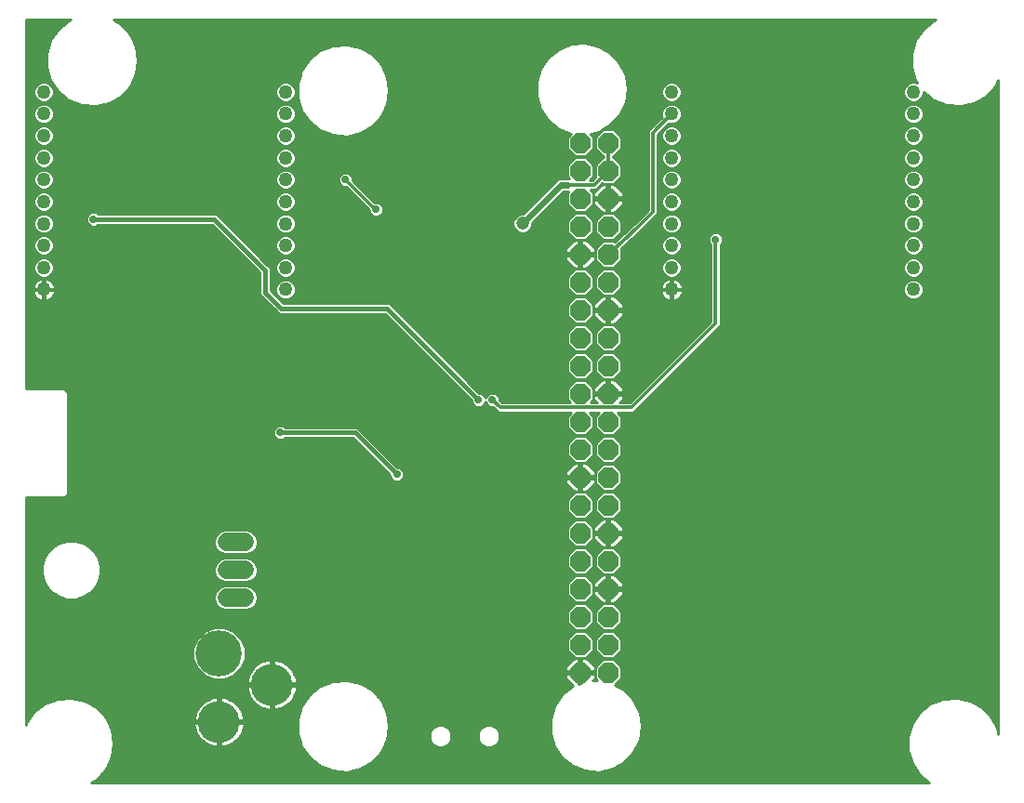
<source format=gbl>
G75*
G70*
%OFA0B0*%
%FSLAX24Y24*%
%IPPOS*%
%LPD*%
%AMOC8*
5,1,8,0,0,1.08239X$1,22.5*
%
%ADD10OC8,0.0740*%
%ADD11C,0.0500*%
%ADD12C,0.1660*%
%ADD13C,0.1502*%
%ADD14C,0.0660*%
%ADD15C,0.0290*%
%ADD16C,0.0100*%
%ADD17C,0.0120*%
%ADD18C,0.0472*%
%ADD19C,0.0240*%
%ADD20C,0.0160*%
D10*
X020225Y005170D03*
X021225Y005170D03*
X021225Y006170D03*
X021225Y007170D03*
X020225Y007170D03*
X020225Y006170D03*
X020225Y008170D03*
X020225Y009170D03*
X021225Y009170D03*
X021225Y008170D03*
X021225Y010170D03*
X021225Y011170D03*
X020225Y011170D03*
X020225Y010170D03*
X020225Y012170D03*
X020225Y013170D03*
X020225Y014170D03*
X021225Y014170D03*
X021225Y013170D03*
X021225Y012170D03*
X021225Y015170D03*
X021225Y016170D03*
X020225Y016170D03*
X020225Y015170D03*
X020225Y017170D03*
X020225Y018170D03*
X021225Y018170D03*
X021225Y017170D03*
X021225Y019170D03*
X021225Y020170D03*
X020225Y020170D03*
X020225Y019170D03*
X020225Y021170D03*
X020225Y022170D03*
X021225Y022170D03*
X021225Y021170D03*
X021225Y023170D03*
X021225Y024170D03*
X020225Y024170D03*
X020225Y023170D03*
D11*
X023494Y022844D03*
X023494Y022056D03*
X023494Y021269D03*
X023494Y020481D03*
X023494Y019694D03*
X023494Y018907D03*
X023494Y023631D03*
X023494Y024419D03*
X023494Y025206D03*
X023494Y025993D03*
X032156Y025993D03*
X032156Y025206D03*
X032156Y024419D03*
X032156Y023631D03*
X032156Y022844D03*
X032156Y022056D03*
X032156Y021269D03*
X032156Y020481D03*
X032156Y019694D03*
X032156Y018907D03*
X009656Y018907D03*
X009656Y019694D03*
X009656Y020481D03*
X009656Y021269D03*
X009656Y022056D03*
X009656Y022844D03*
X009656Y023631D03*
X009656Y024419D03*
X009656Y025206D03*
X009656Y025993D03*
X000994Y025993D03*
X000994Y025206D03*
X000994Y024419D03*
X000994Y023631D03*
X000994Y022844D03*
X000994Y022056D03*
X000994Y021269D03*
X000994Y020481D03*
X000994Y019694D03*
X000994Y018907D03*
D12*
X007275Y005854D03*
D13*
X009165Y004732D03*
X007275Y003394D03*
D14*
X007545Y007850D02*
X008205Y007850D01*
X008205Y008850D02*
X007545Y008850D01*
X007545Y009850D02*
X008205Y009850D01*
D15*
X009575Y012400D03*
X009375Y012725D03*
X010625Y013150D03*
X010875Y013400D03*
X011125Y013150D03*
X010875Y014150D03*
X011375Y014150D03*
X011875Y014150D03*
X012625Y013900D03*
X013125Y013900D03*
X013625Y013900D03*
X013825Y013650D03*
X014075Y013400D03*
X014075Y012900D03*
X014075Y012400D03*
X013650Y012275D03*
X014075Y011900D03*
X014075Y010150D03*
X012575Y009900D03*
X012075Y010150D03*
X009475Y013775D03*
X012625Y016150D03*
X013125Y016150D03*
X013625Y016150D03*
X014125Y016150D03*
X016575Y014950D03*
X017075Y014950D03*
X025075Y020700D03*
X012900Y021775D03*
X011800Y022850D03*
X005375Y026275D03*
X004500Y026275D03*
X002775Y021425D03*
D16*
X002879Y001335D02*
X002688Y001225D01*
X032739Y001225D01*
X032390Y001503D01*
X032390Y001503D01*
X032390Y001503D01*
X032113Y001909D01*
X032113Y001909D01*
X031968Y002379D01*
X031968Y002871D01*
X032113Y003341D01*
X032113Y003341D01*
X032390Y003747D01*
X032390Y003747D01*
X032390Y003747D01*
X032775Y004054D01*
X032775Y004054D01*
X033233Y004234D01*
X033233Y004234D01*
X033723Y004270D01*
X033723Y004270D01*
X034203Y004161D01*
X034203Y004161D01*
X034629Y003915D01*
X034629Y003915D01*
X034963Y003554D01*
X034963Y003554D01*
X035177Y003111D01*
X035177Y003111D01*
X035200Y002957D01*
X035200Y026427D01*
X035088Y026196D01*
X035088Y026196D01*
X034754Y025835D01*
X034754Y025835D01*
X034328Y025589D01*
X034328Y025589D01*
X033848Y025480D01*
X033848Y025480D01*
X033358Y025516D01*
X033358Y025516D01*
X032900Y025696D01*
X032900Y025696D01*
X032516Y026003D01*
X032516Y025922D01*
X032461Y025789D01*
X032360Y025688D01*
X032227Y025633D01*
X032084Y025633D01*
X031952Y025688D01*
X031851Y025789D01*
X031796Y025922D01*
X031796Y026065D01*
X031851Y026197D01*
X031952Y026298D01*
X032084Y026353D01*
X032227Y026353D01*
X032296Y026325D01*
X032238Y026409D01*
X032238Y026409D01*
X032093Y026879D01*
X032093Y027371D01*
X032093Y027371D01*
X032238Y027841D01*
X032515Y028247D01*
X032515Y028247D01*
X032900Y028554D01*
X032954Y028575D01*
X003477Y028575D01*
X003754Y028415D01*
X003754Y028415D01*
X004088Y028054D01*
X004088Y028054D01*
X004302Y027611D01*
X004302Y027611D01*
X004375Y027125D01*
X004302Y026639D01*
X004302Y026639D01*
X004088Y026196D01*
X004088Y026196D01*
X003754Y025835D01*
X003754Y025835D01*
X003754Y025835D01*
X003328Y025589D01*
X003328Y025589D01*
X002848Y025480D01*
X002848Y025480D01*
X002358Y025516D01*
X002358Y025516D01*
X001900Y025696D01*
X001900Y025696D01*
X001515Y026003D01*
X001515Y026003D01*
X001515Y026003D01*
X001238Y026409D01*
X001238Y026409D01*
X001093Y026879D01*
X001093Y027371D01*
X001238Y027841D01*
X001238Y027841D01*
X001515Y028247D01*
X001515Y028247D01*
X001515Y028247D01*
X001900Y028554D01*
X001900Y028554D01*
X001954Y028575D01*
X000350Y028575D01*
X000350Y015350D01*
X001733Y015350D01*
X001850Y015233D01*
X001850Y011567D01*
X001733Y011450D01*
X000350Y011450D01*
X000350Y003297D01*
X000363Y003341D01*
X000363Y003341D01*
X000640Y003747D01*
X000640Y003747D01*
X000640Y003747D01*
X001025Y004054D01*
X001025Y004054D01*
X001483Y004234D01*
X001483Y004234D01*
X001973Y004270D01*
X001973Y004270D01*
X002453Y004161D01*
X002453Y004161D01*
X002879Y003915D01*
X002879Y003915D01*
X003213Y003554D01*
X003427Y003111D01*
X003500Y002625D01*
X003500Y002625D01*
X003427Y002139D01*
X003427Y002139D01*
X003213Y001696D01*
X003213Y001696D01*
X002879Y001335D01*
X002879Y001335D01*
X002890Y001348D02*
X032585Y001348D01*
X032462Y001446D02*
X002982Y001446D01*
X003073Y001545D02*
X032362Y001545D01*
X032295Y001643D02*
X021067Y001643D01*
X020898Y001605D02*
X021378Y001714D01*
X021804Y001960D01*
X022138Y002321D01*
X022352Y002764D01*
X022425Y003250D01*
X022352Y003736D01*
X022352Y003736D01*
X022138Y004179D01*
X022138Y004179D01*
X021804Y004540D01*
X021804Y004540D01*
X021468Y004734D01*
X021705Y004971D01*
X021705Y005369D01*
X021424Y005650D01*
X021026Y005650D01*
X020745Y005369D01*
X020745Y004971D01*
X020826Y004890D01*
X020669Y004878D01*
X020745Y004955D01*
X020745Y005120D01*
X020275Y005120D01*
X020275Y005220D01*
X020175Y005220D01*
X020175Y005690D01*
X020010Y005690D01*
X019705Y005385D01*
X019705Y005220D01*
X020175Y005220D01*
X020175Y005120D01*
X019705Y005120D01*
X019705Y004955D01*
X019972Y004688D01*
X019950Y004679D01*
X019565Y004372D01*
X019288Y003966D01*
X019143Y003496D01*
X019143Y003004D01*
X019288Y002534D01*
X019565Y002128D01*
X019565Y002128D01*
X019565Y002128D01*
X019950Y001821D01*
X020408Y001641D01*
X020898Y001605D01*
X020898Y001605D01*
X020408Y001641D02*
X020408Y001641D01*
X020404Y001643D02*
X012017Y001643D01*
X011848Y001605D02*
X012328Y001714D01*
X012754Y001960D01*
X013088Y002321D01*
X013302Y002764D01*
X013375Y003250D01*
X013302Y003736D01*
X013302Y003736D01*
X013088Y004179D01*
X013088Y004179D01*
X012754Y004540D01*
X012754Y004540D01*
X012328Y004786D01*
X012328Y004786D01*
X011848Y004895D01*
X011358Y004859D01*
X010900Y004679D01*
X010515Y004372D01*
X010238Y003966D01*
X010093Y003496D01*
X010093Y003004D01*
X010238Y002534D01*
X010515Y002128D01*
X010515Y002128D01*
X010515Y002128D01*
X010900Y001821D01*
X011358Y001641D01*
X011848Y001605D01*
X011848Y001605D01*
X012328Y001714D02*
X012328Y001714D01*
X012375Y001742D02*
X020153Y001742D01*
X019950Y001821D02*
X019950Y001821D01*
X019926Y001840D02*
X012546Y001840D01*
X012717Y001939D02*
X019803Y001939D01*
X019679Y002037D02*
X012825Y002037D01*
X012754Y001960D02*
X012754Y001960D01*
X012917Y002136D02*
X019560Y002136D01*
X019493Y002234D02*
X013008Y002234D01*
X013088Y002321D02*
X013088Y002321D01*
X013094Y002333D02*
X019426Y002333D01*
X019359Y002431D02*
X013142Y002431D01*
X013189Y002530D02*
X015051Y002530D01*
X014984Y002557D02*
X015130Y002497D01*
X015288Y002497D01*
X015434Y002557D01*
X015545Y002669D01*
X015606Y002815D01*
X015606Y002973D01*
X015545Y003118D01*
X015434Y003230D01*
X015288Y003291D01*
X015130Y003291D01*
X014984Y003230D01*
X014872Y003118D01*
X014812Y002973D01*
X014812Y002815D01*
X014872Y002669D01*
X014984Y002557D01*
X014913Y002628D02*
X013236Y002628D01*
X013284Y002727D02*
X014849Y002727D01*
X014812Y002825D02*
X013311Y002825D01*
X013302Y002764D02*
X013302Y002764D01*
X013326Y002924D02*
X014812Y002924D01*
X014832Y003022D02*
X013341Y003022D01*
X013355Y003121D02*
X014874Y003121D01*
X014973Y003219D02*
X013370Y003219D01*
X013365Y003318D02*
X019143Y003318D01*
X019143Y003416D02*
X013350Y003416D01*
X013335Y003515D02*
X019149Y003515D01*
X019180Y003613D02*
X013320Y003613D01*
X013305Y003712D02*
X019210Y003712D01*
X019240Y003810D02*
X013266Y003810D01*
X013219Y003909D02*
X019271Y003909D01*
X019288Y003966D02*
X019288Y003966D01*
X019316Y004007D02*
X013171Y004007D01*
X013124Y004106D02*
X019384Y004106D01*
X019451Y004204D02*
X013066Y004204D01*
X012974Y004303D02*
X019518Y004303D01*
X019565Y004372D02*
X019565Y004372D01*
X019601Y004401D02*
X012883Y004401D01*
X012791Y004500D02*
X019725Y004500D01*
X019849Y004598D02*
X012653Y004598D01*
X012483Y004697D02*
X019963Y004697D01*
X019950Y004679D02*
X019950Y004679D01*
X019865Y004795D02*
X012288Y004795D01*
X011856Y004894D02*
X019766Y004894D01*
X019705Y004992D02*
X010028Y004992D01*
X010020Y005023D02*
X009975Y005132D01*
X009916Y005234D01*
X009844Y005328D01*
X009760Y005411D01*
X009667Y005483D01*
X009564Y005542D01*
X009455Y005587D01*
X009341Y005618D01*
X009224Y005633D01*
X009215Y005633D01*
X009215Y004782D01*
X010066Y004782D01*
X010066Y004791D01*
X010051Y004908D01*
X010020Y005023D01*
X009992Y005091D02*
X019705Y005091D01*
X019705Y005288D02*
X009875Y005288D01*
X009942Y005189D02*
X020175Y005189D01*
X020175Y005120D02*
X020175Y004767D01*
X020275Y004806D01*
X020275Y005120D01*
X020175Y005120D01*
X020175Y005091D02*
X020275Y005091D01*
X020275Y005189D02*
X020745Y005189D01*
X020745Y005220D02*
X020275Y005220D01*
X020275Y005690D01*
X020440Y005690D01*
X020745Y005385D01*
X020745Y005220D01*
X020745Y005288D02*
X020745Y005288D01*
X020744Y005386D02*
X020762Y005386D01*
X020861Y005485D02*
X020646Y005485D01*
X020547Y005583D02*
X020959Y005583D01*
X021026Y005690D02*
X020745Y005971D01*
X020745Y006369D01*
X021026Y006650D01*
X021424Y006650D01*
X021705Y006369D01*
X021705Y005971D01*
X021424Y005690D01*
X021026Y005690D01*
X020936Y005780D02*
X020514Y005780D01*
X020449Y005682D02*
X035200Y005682D01*
X035200Y005780D02*
X021514Y005780D01*
X021612Y005879D02*
X035200Y005879D01*
X035200Y005977D02*
X021705Y005977D01*
X021705Y006076D02*
X035200Y006076D01*
X035200Y006174D02*
X021705Y006174D01*
X021705Y006273D02*
X035200Y006273D01*
X035200Y006371D02*
X021703Y006371D01*
X021604Y006470D02*
X035200Y006470D01*
X035200Y006568D02*
X021506Y006568D01*
X021424Y006690D02*
X021026Y006690D01*
X020745Y006971D01*
X020745Y007369D01*
X021026Y007650D01*
X021424Y007650D01*
X021705Y007369D01*
X021705Y006971D01*
X021424Y006690D01*
X021499Y006765D02*
X035200Y006765D01*
X035200Y006667D02*
X007770Y006667D01*
X007807Y006651D02*
X007462Y006794D01*
X007088Y006794D01*
X006743Y006651D01*
X006478Y006387D01*
X006335Y006041D01*
X006335Y005667D01*
X006478Y005322D01*
X006743Y005058D01*
X007088Y004914D01*
X007462Y004914D01*
X007807Y005058D01*
X008072Y005322D01*
X008215Y005667D01*
X008215Y006041D01*
X008072Y006387D01*
X007807Y006651D01*
X007891Y006568D02*
X019944Y006568D01*
X020026Y006650D02*
X019745Y006369D01*
X019745Y005971D01*
X020026Y005690D01*
X020424Y005690D01*
X020705Y005971D01*
X020705Y006369D01*
X020424Y006650D01*
X020026Y006650D01*
X020026Y006690D02*
X020424Y006690D01*
X020705Y006971D01*
X020705Y007369D01*
X020424Y007650D01*
X020026Y007650D01*
X019745Y007369D01*
X019745Y006971D01*
X020026Y006690D01*
X019951Y006765D02*
X007533Y006765D01*
X007989Y006470D02*
X019846Y006470D01*
X019747Y006371D02*
X008078Y006371D01*
X008119Y006273D02*
X019745Y006273D01*
X019745Y006174D02*
X008160Y006174D01*
X008201Y006076D02*
X019745Y006076D01*
X019745Y005977D02*
X008215Y005977D01*
X008215Y005879D02*
X019838Y005879D01*
X019936Y005780D02*
X008215Y005780D01*
X008215Y005682D02*
X020001Y005682D01*
X019903Y005583D02*
X009466Y005583D01*
X009664Y005485D02*
X019804Y005485D01*
X019706Y005386D02*
X009785Y005386D01*
X010052Y004894D02*
X011823Y004894D01*
X011848Y004895D02*
X011848Y004895D01*
X011358Y004859D02*
X011358Y004859D01*
X011196Y004795D02*
X010065Y004795D01*
X010066Y004682D02*
X009215Y004682D01*
X009215Y004782D01*
X009115Y004782D01*
X009115Y004682D01*
X009215Y004682D01*
X009215Y003831D01*
X009224Y003831D01*
X009341Y003847D01*
X009455Y003877D01*
X009564Y003922D01*
X009667Y003981D01*
X009760Y004053D01*
X009844Y004137D01*
X009916Y004231D01*
X009975Y004333D01*
X010020Y004442D01*
X010051Y004556D01*
X010066Y004673D01*
X010066Y004682D01*
X010056Y004598D02*
X010799Y004598D01*
X010900Y004679D02*
X010900Y004679D01*
X010945Y004697D02*
X009215Y004697D01*
X009215Y004795D02*
X009115Y004795D01*
X009115Y004782D02*
X009115Y005633D01*
X009106Y005633D01*
X008989Y005618D01*
X008874Y005587D01*
X008765Y005542D01*
X008663Y005483D01*
X008569Y005411D01*
X008486Y005328D01*
X008414Y005234D01*
X008355Y005132D01*
X008310Y005023D01*
X008279Y004908D01*
X008264Y004791D01*
X008264Y004782D01*
X009115Y004782D01*
X009115Y004697D02*
X000350Y004697D01*
X000350Y004795D02*
X008264Y004795D01*
X008277Y004894D02*
X000350Y004894D01*
X000350Y004992D02*
X006901Y004992D01*
X006710Y005091D02*
X000350Y005091D01*
X000350Y005189D02*
X006611Y005189D01*
X006513Y005288D02*
X000350Y005288D01*
X000350Y005386D02*
X006452Y005386D01*
X006411Y005485D02*
X000350Y005485D01*
X000350Y005583D02*
X006370Y005583D01*
X006335Y005682D02*
X000350Y005682D01*
X000350Y005780D02*
X006335Y005780D01*
X006335Y005879D02*
X000350Y005879D01*
X000350Y005977D02*
X006335Y005977D01*
X006349Y006076D02*
X000350Y006076D01*
X000350Y006174D02*
X006390Y006174D01*
X006431Y006273D02*
X000350Y006273D01*
X000350Y006371D02*
X006472Y006371D01*
X006561Y006470D02*
X000350Y006470D01*
X000350Y006568D02*
X006659Y006568D01*
X006780Y006667D02*
X000350Y006667D01*
X000350Y006765D02*
X007017Y006765D01*
X007296Y007477D02*
X007457Y007410D01*
X008293Y007410D01*
X008454Y007477D01*
X008578Y007601D01*
X008645Y007762D01*
X008645Y007938D01*
X008578Y008099D01*
X008454Y008223D01*
X008293Y008290D01*
X007457Y008290D01*
X007296Y008223D01*
X007172Y008099D01*
X007105Y007938D01*
X007105Y007762D01*
X007172Y007601D01*
X007296Y007477D01*
X007350Y007455D02*
X000350Y007455D01*
X000350Y007553D02*
X007220Y007553D01*
X007151Y007652D02*
X000350Y007652D01*
X000350Y007750D02*
X007110Y007750D01*
X007105Y007849D02*
X002294Y007849D01*
X002380Y007872D02*
X002620Y008010D01*
X002815Y008205D01*
X002953Y008445D01*
X003025Y008712D01*
X003025Y008988D01*
X002953Y009255D01*
X002815Y009495D01*
X002620Y009690D01*
X002380Y009828D01*
X002113Y009900D01*
X001837Y009900D01*
X001570Y009828D01*
X001330Y009690D01*
X001135Y009495D01*
X000997Y009255D01*
X000925Y008988D01*
X000925Y008712D01*
X000997Y008445D01*
X001135Y008205D01*
X001330Y008010D01*
X001570Y007872D01*
X001837Y007800D01*
X002113Y007800D01*
X002380Y007872D01*
X002511Y007947D02*
X007109Y007947D01*
X007150Y008046D02*
X002655Y008046D01*
X002754Y008144D02*
X007217Y008144D01*
X007343Y008243D02*
X002837Y008243D01*
X002894Y008341D02*
X019745Y008341D01*
X019745Y008369D02*
X019745Y007971D01*
X020026Y007690D01*
X020424Y007690D01*
X020705Y007971D01*
X020705Y008369D01*
X020424Y008650D01*
X020026Y008650D01*
X019745Y008369D01*
X019816Y008440D02*
X008364Y008440D01*
X008293Y008410D02*
X008454Y008477D01*
X008578Y008601D01*
X008645Y008762D01*
X008645Y008938D01*
X008578Y009099D01*
X008454Y009223D01*
X008293Y009290D01*
X007457Y009290D01*
X007296Y009223D01*
X007172Y009099D01*
X007105Y008938D01*
X007105Y008762D01*
X007172Y008601D01*
X007296Y008477D01*
X007457Y008410D01*
X008293Y008410D01*
X008407Y008243D02*
X019745Y008243D01*
X019745Y008144D02*
X008533Y008144D01*
X008600Y008046D02*
X019745Y008046D01*
X019769Y007947D02*
X008641Y007947D01*
X008645Y007849D02*
X019868Y007849D01*
X019966Y007750D02*
X008640Y007750D01*
X008599Y007652D02*
X021008Y007652D01*
X021010Y007650D02*
X020705Y007955D01*
X020705Y008120D01*
X021175Y008120D01*
X021175Y008220D01*
X021175Y008690D01*
X021010Y008690D01*
X020705Y008385D01*
X020705Y008220D01*
X021175Y008220D01*
X021275Y008220D01*
X021275Y008690D01*
X021440Y008690D01*
X021745Y008385D01*
X021745Y008220D01*
X021275Y008220D01*
X021275Y008120D01*
X021745Y008120D01*
X021745Y007955D01*
X021440Y007650D01*
X021275Y007650D01*
X021275Y008120D01*
X021175Y008120D01*
X021175Y007650D01*
X021010Y007650D01*
X020929Y007553D02*
X020521Y007553D01*
X020619Y007455D02*
X020831Y007455D01*
X020745Y007356D02*
X020705Y007356D01*
X020705Y007258D02*
X020745Y007258D01*
X020745Y007159D02*
X020705Y007159D01*
X020705Y007061D02*
X020745Y007061D01*
X020754Y006962D02*
X020696Y006962D01*
X020597Y006864D02*
X020853Y006864D01*
X020951Y006765D02*
X020499Y006765D01*
X020506Y006568D02*
X020944Y006568D01*
X020846Y006470D02*
X020604Y006470D01*
X020703Y006371D02*
X020747Y006371D01*
X020745Y006273D02*
X020705Y006273D01*
X020705Y006174D02*
X020745Y006174D01*
X020745Y006076D02*
X020705Y006076D01*
X020705Y005977D02*
X020745Y005977D01*
X020838Y005879D02*
X020612Y005879D01*
X020275Y005682D02*
X020175Y005682D01*
X020175Y005583D02*
X020275Y005583D01*
X020275Y005485D02*
X020175Y005485D01*
X020175Y005386D02*
X020275Y005386D01*
X020275Y005288D02*
X020175Y005288D01*
X020175Y004992D02*
X020275Y004992D01*
X020275Y004894D02*
X020175Y004894D01*
X020175Y004795D02*
X020246Y004795D01*
X020684Y004894D02*
X020823Y004894D01*
X020745Y004992D02*
X020745Y004992D01*
X020745Y005091D02*
X020745Y005091D01*
X021529Y004795D02*
X035200Y004795D01*
X035200Y004697D02*
X021533Y004697D01*
X021703Y004598D02*
X035200Y004598D01*
X035200Y004500D02*
X021841Y004500D01*
X021933Y004401D02*
X035200Y004401D01*
X035200Y004303D02*
X022024Y004303D01*
X022116Y004204D02*
X033157Y004204D01*
X032906Y004106D02*
X022174Y004106D01*
X022221Y004007D02*
X032716Y004007D01*
X032593Y003909D02*
X022269Y003909D01*
X022316Y003810D02*
X032469Y003810D01*
X032366Y003712D02*
X022355Y003712D01*
X022370Y003613D02*
X032299Y003613D01*
X032232Y003515D02*
X022385Y003515D01*
X022400Y003416D02*
X032165Y003416D01*
X032106Y003318D02*
X022415Y003318D01*
X022425Y003250D02*
X022425Y003250D01*
X022420Y003219D02*
X032076Y003219D01*
X032045Y003121D02*
X022405Y003121D01*
X022391Y003022D02*
X032015Y003022D01*
X031985Y002924D02*
X022376Y002924D01*
X022361Y002825D02*
X031968Y002825D01*
X031968Y002727D02*
X022334Y002727D01*
X022286Y002628D02*
X031968Y002628D01*
X031968Y002530D02*
X022239Y002530D01*
X022192Y002431D02*
X031968Y002431D01*
X031983Y002333D02*
X022144Y002333D01*
X022058Y002234D02*
X032013Y002234D01*
X032044Y002136D02*
X021967Y002136D01*
X021875Y002037D02*
X032074Y002037D01*
X032104Y001939D02*
X021767Y001939D01*
X021804Y001960D02*
X021804Y001960D01*
X021804Y001960D01*
X021596Y001840D02*
X032160Y001840D01*
X032228Y001742D02*
X021425Y001742D01*
X021378Y001714D02*
X021378Y001714D01*
X019292Y002530D02*
X017099Y002530D01*
X017166Y002557D02*
X017278Y002669D01*
X017338Y002815D01*
X017338Y002973D01*
X017278Y003118D01*
X017166Y003230D01*
X017020Y003291D01*
X016862Y003291D01*
X016716Y003230D01*
X016605Y003118D01*
X016544Y002973D01*
X016544Y002815D01*
X016605Y002669D01*
X016716Y002557D01*
X016862Y002497D01*
X017020Y002497D01*
X017166Y002557D01*
X017237Y002628D02*
X019259Y002628D01*
X019288Y002534D02*
X019288Y002534D01*
X019229Y002727D02*
X017301Y002727D01*
X017338Y002825D02*
X019199Y002825D01*
X019168Y002924D02*
X017338Y002924D01*
X017318Y003022D02*
X019143Y003022D01*
X019143Y003121D02*
X017276Y003121D01*
X017177Y003219D02*
X019143Y003219D01*
X016783Y002530D02*
X015367Y002530D01*
X015504Y002628D02*
X016646Y002628D01*
X016581Y002727D02*
X015569Y002727D01*
X015606Y002825D02*
X016544Y002825D01*
X016544Y002924D02*
X015606Y002924D01*
X015585Y003022D02*
X016565Y003022D01*
X016607Y003121D02*
X015543Y003121D01*
X015445Y003219D02*
X016705Y003219D01*
X019853Y006864D02*
X000350Y006864D01*
X000350Y006962D02*
X019754Y006962D01*
X019745Y007061D02*
X000350Y007061D01*
X000350Y007159D02*
X019745Y007159D01*
X019745Y007258D02*
X000350Y007258D01*
X000350Y007356D02*
X019745Y007356D01*
X019831Y007455D02*
X008400Y007455D01*
X008530Y007553D02*
X019929Y007553D01*
X020484Y007750D02*
X020910Y007750D01*
X020811Y007849D02*
X020582Y007849D01*
X020681Y007947D02*
X020713Y007947D01*
X020705Y008046D02*
X020705Y008046D01*
X020705Y008144D02*
X021175Y008144D01*
X021175Y008046D02*
X021275Y008046D01*
X021275Y008144D02*
X035200Y008144D01*
X035200Y008046D02*
X021745Y008046D01*
X021737Y007947D02*
X035200Y007947D01*
X035200Y007849D02*
X021639Y007849D01*
X021540Y007750D02*
X035200Y007750D01*
X035200Y007652D02*
X021442Y007652D01*
X021521Y007553D02*
X035200Y007553D01*
X035200Y007455D02*
X021619Y007455D01*
X021705Y007356D02*
X035200Y007356D01*
X035200Y007258D02*
X021705Y007258D01*
X021705Y007159D02*
X035200Y007159D01*
X035200Y007061D02*
X021705Y007061D01*
X021696Y006962D02*
X035200Y006962D01*
X035200Y006864D02*
X021597Y006864D01*
X021275Y007652D02*
X021175Y007652D01*
X021175Y007750D02*
X021275Y007750D01*
X021275Y007849D02*
X021175Y007849D01*
X021175Y007947D02*
X021275Y007947D01*
X021275Y008243D02*
X021175Y008243D01*
X021175Y008341D02*
X021275Y008341D01*
X021275Y008440D02*
X021175Y008440D01*
X021175Y008538D02*
X021275Y008538D01*
X021275Y008637D02*
X021175Y008637D01*
X021026Y008690D02*
X021424Y008690D01*
X021705Y008971D01*
X021705Y009369D01*
X021424Y009650D01*
X021026Y009650D01*
X020745Y009369D01*
X020745Y008971D01*
X021026Y008690D01*
X020981Y008735D02*
X020469Y008735D01*
X020424Y008690D02*
X020705Y008971D01*
X020705Y009369D01*
X020424Y009650D01*
X020026Y009650D01*
X019745Y009369D01*
X019745Y008971D01*
X020026Y008690D01*
X020424Y008690D01*
X020437Y008637D02*
X020956Y008637D01*
X020858Y008538D02*
X020536Y008538D01*
X020634Y008440D02*
X020759Y008440D01*
X020705Y008341D02*
X020705Y008341D01*
X020705Y008243D02*
X020705Y008243D01*
X020567Y008834D02*
X020883Y008834D01*
X020784Y008932D02*
X020666Y008932D01*
X020705Y009031D02*
X020745Y009031D01*
X020745Y009129D02*
X020705Y009129D01*
X020705Y009228D02*
X020745Y009228D01*
X020745Y009326D02*
X020705Y009326D01*
X020649Y009425D02*
X020801Y009425D01*
X020899Y009523D02*
X020551Y009523D01*
X020452Y009622D02*
X020998Y009622D01*
X021010Y009650D02*
X020705Y009955D01*
X020705Y010120D01*
X021175Y010120D01*
X021175Y010220D01*
X021175Y010690D01*
X021010Y010690D01*
X020705Y010385D01*
X020705Y010220D01*
X021175Y010220D01*
X021275Y010220D01*
X021275Y010690D01*
X021440Y010690D01*
X021745Y010385D01*
X021745Y010220D01*
X021275Y010220D01*
X021275Y010120D01*
X021745Y010120D01*
X021745Y009955D01*
X021440Y009650D01*
X021275Y009650D01*
X021275Y010120D01*
X021175Y010120D01*
X021175Y009650D01*
X021010Y009650D01*
X020940Y009720D02*
X020454Y009720D01*
X020424Y009690D02*
X020705Y009971D01*
X020705Y010369D01*
X020424Y010650D01*
X020026Y010650D01*
X019745Y010369D01*
X019745Y009971D01*
X020026Y009690D01*
X020424Y009690D01*
X020552Y009819D02*
X020841Y009819D01*
X020743Y009917D02*
X020651Y009917D01*
X020705Y010016D02*
X020705Y010016D01*
X020705Y010114D02*
X020705Y010114D01*
X020705Y010213D02*
X021175Y010213D01*
X021175Y010311D02*
X021275Y010311D01*
X021275Y010213D02*
X035200Y010213D01*
X035200Y010311D02*
X021745Y010311D01*
X021721Y010410D02*
X035200Y010410D01*
X035200Y010508D02*
X021622Y010508D01*
X021524Y010607D02*
X035200Y010607D01*
X035200Y010705D02*
X021439Y010705D01*
X021424Y010690D02*
X021026Y010690D01*
X020745Y010971D01*
X020745Y011369D01*
X021026Y011650D01*
X021424Y011650D01*
X021705Y011369D01*
X021705Y010971D01*
X021424Y010690D01*
X021537Y010804D02*
X035200Y010804D01*
X035200Y010902D02*
X021636Y010902D01*
X021705Y011001D02*
X035200Y011001D01*
X035200Y011099D02*
X021705Y011099D01*
X021705Y011198D02*
X035200Y011198D01*
X035200Y011296D02*
X021705Y011296D01*
X021679Y011395D02*
X035200Y011395D01*
X035200Y011493D02*
X021581Y011493D01*
X021482Y011592D02*
X035200Y011592D01*
X035200Y011690D02*
X021424Y011690D01*
X021705Y011971D01*
X021705Y012369D01*
X021424Y012650D01*
X021026Y012650D01*
X020745Y012369D01*
X020745Y011971D01*
X021026Y011690D01*
X020480Y011690D01*
X020440Y011650D02*
X020745Y011955D01*
X020745Y012120D01*
X020275Y012120D01*
X020275Y012220D01*
X020175Y012220D01*
X020175Y012690D01*
X020010Y012690D01*
X019705Y012385D01*
X019705Y012220D01*
X020175Y012220D01*
X020175Y012120D01*
X019705Y012120D01*
X019705Y011955D01*
X020010Y011650D01*
X020175Y011650D01*
X020175Y012120D01*
X020275Y012120D01*
X020275Y011650D01*
X020440Y011650D01*
X020424Y011650D02*
X020026Y011650D01*
X019745Y011369D01*
X019745Y010971D01*
X020026Y010690D01*
X020424Y010690D01*
X020705Y010971D01*
X020705Y011369D01*
X020424Y011650D01*
X020482Y011592D02*
X020968Y011592D01*
X021026Y011690D02*
X021424Y011690D01*
X021522Y011789D02*
X035200Y011789D01*
X035200Y011887D02*
X021621Y011887D01*
X021705Y011986D02*
X035200Y011986D01*
X035200Y012084D02*
X021705Y012084D01*
X021705Y012183D02*
X035200Y012183D01*
X035200Y012281D02*
X021705Y012281D01*
X021694Y012380D02*
X035200Y012380D01*
X035200Y012478D02*
X021596Y012478D01*
X021497Y012577D02*
X035200Y012577D01*
X035200Y012675D02*
X020455Y012675D01*
X020440Y012690D02*
X020275Y012690D01*
X020275Y012220D01*
X020745Y012220D01*
X020745Y012385D01*
X020440Y012690D01*
X020424Y012690D02*
X020705Y012971D01*
X020705Y013369D01*
X020424Y013650D01*
X020026Y013650D01*
X019745Y013369D01*
X019745Y012971D01*
X020026Y012690D01*
X020424Y012690D01*
X020507Y012774D02*
X020943Y012774D01*
X021026Y012690D02*
X020745Y012971D01*
X020745Y013369D01*
X021026Y013650D01*
X021424Y013650D01*
X021705Y013369D01*
X021705Y012971D01*
X021424Y012690D01*
X021026Y012690D01*
X020953Y012577D02*
X020554Y012577D01*
X020652Y012478D02*
X020854Y012478D01*
X020756Y012380D02*
X020745Y012380D01*
X020745Y012281D02*
X020745Y012281D01*
X020745Y012183D02*
X020275Y012183D01*
X020275Y012281D02*
X020175Y012281D01*
X020175Y012183D02*
X013888Y012183D01*
X013905Y012224D02*
X013905Y012326D01*
X013866Y012419D01*
X013794Y012491D01*
X013701Y012530D01*
X013664Y012530D01*
X012229Y013965D01*
X009646Y013965D01*
X009619Y013991D01*
X009526Y014030D01*
X009424Y014030D01*
X009331Y013991D01*
X009259Y013919D01*
X009220Y013826D01*
X009220Y013724D01*
X009259Y013631D01*
X009331Y013559D01*
X009424Y013520D01*
X009526Y013520D01*
X009619Y013559D01*
X009646Y013585D01*
X012071Y013585D01*
X013395Y012261D01*
X013395Y012224D01*
X013434Y012131D01*
X013506Y012059D01*
X013599Y012020D01*
X013701Y012020D01*
X013794Y012059D01*
X013866Y012131D01*
X013905Y012224D01*
X013905Y012281D02*
X019705Y012281D01*
X019705Y012380D02*
X013883Y012380D01*
X013808Y012478D02*
X019798Y012478D01*
X019896Y012577D02*
X013617Y012577D01*
X013519Y012675D02*
X019995Y012675D01*
X019943Y012774D02*
X013420Y012774D01*
X013322Y012872D02*
X019844Y012872D01*
X019746Y012971D02*
X013223Y012971D01*
X013125Y013069D02*
X019745Y013069D01*
X019745Y013168D02*
X013026Y013168D01*
X012928Y013266D02*
X019745Y013266D01*
X019745Y013365D02*
X012829Y013365D01*
X012731Y013463D02*
X019839Y013463D01*
X019938Y013562D02*
X012632Y013562D01*
X012534Y013660D02*
X035200Y013660D01*
X035200Y013562D02*
X021512Y013562D01*
X021611Y013463D02*
X035200Y013463D01*
X035200Y013365D02*
X021705Y013365D01*
X021705Y013266D02*
X035200Y013266D01*
X035200Y013168D02*
X021705Y013168D01*
X021705Y013069D02*
X035200Y013069D01*
X035200Y012971D02*
X021704Y012971D01*
X021606Y012872D02*
X035200Y012872D01*
X035200Y012774D02*
X021507Y012774D01*
X020844Y012872D02*
X020606Y012872D01*
X020704Y012971D02*
X020746Y012971D01*
X020745Y013069D02*
X020705Y013069D01*
X020705Y013168D02*
X020745Y013168D01*
X020745Y013266D02*
X020705Y013266D01*
X020705Y013365D02*
X020745Y013365D01*
X020839Y013463D02*
X020611Y013463D01*
X020512Y013562D02*
X020938Y013562D01*
X021026Y013690D02*
X021424Y013690D01*
X021705Y013971D01*
X021705Y014369D01*
X021569Y014505D01*
X022120Y014505D01*
X025145Y017530D01*
X025245Y017630D01*
X025245Y020509D01*
X025291Y020556D01*
X025330Y020649D01*
X025330Y020751D01*
X025291Y020844D01*
X025219Y020916D01*
X025126Y020955D01*
X025024Y020955D01*
X024931Y020916D01*
X024859Y020844D01*
X024820Y020751D01*
X024820Y020649D01*
X024859Y020556D01*
X024905Y020509D01*
X024905Y017770D01*
X021980Y014845D01*
X021635Y014845D01*
X021745Y014955D01*
X021745Y015120D01*
X021275Y015120D01*
X021275Y015220D01*
X021175Y015220D01*
X021175Y015690D01*
X021010Y015690D01*
X020705Y015385D01*
X020705Y015220D01*
X021175Y015220D01*
X021175Y015120D01*
X020705Y015120D01*
X020705Y014955D01*
X020815Y014845D01*
X020579Y014845D01*
X020705Y014971D01*
X020705Y015369D01*
X020424Y015650D01*
X020026Y015650D01*
X019745Y015369D01*
X019745Y014971D01*
X019871Y014845D01*
X017420Y014845D01*
X017330Y014935D01*
X017330Y015001D01*
X017291Y015094D01*
X017219Y015166D01*
X017126Y015205D01*
X017024Y015205D01*
X016931Y015166D01*
X016859Y015094D01*
X016825Y015013D01*
X016791Y015094D01*
X016719Y015166D01*
X016626Y015205D01*
X016589Y015205D01*
X013379Y018415D01*
X009579Y018415D01*
X009115Y018879D01*
X009115Y019679D01*
X009004Y019790D01*
X007179Y021615D01*
X002946Y021615D01*
X002919Y021641D01*
X002826Y021680D01*
X002724Y021680D01*
X002631Y021641D01*
X002559Y021569D01*
X002520Y021476D01*
X002520Y021374D01*
X002559Y021281D01*
X002631Y021209D01*
X002724Y021170D01*
X002826Y021170D01*
X002919Y021209D01*
X002946Y021235D01*
X007021Y021235D01*
X008735Y019521D01*
X008735Y018721D01*
X009310Y018146D01*
X009421Y018035D01*
X013221Y018035D01*
X016320Y014936D01*
X016320Y014899D01*
X016359Y014806D01*
X016431Y014734D01*
X016524Y014695D01*
X016626Y014695D01*
X016719Y014734D01*
X016791Y014806D01*
X016825Y014887D01*
X016859Y014806D01*
X016931Y014734D01*
X017024Y014695D01*
X017090Y014695D01*
X017180Y014605D01*
X017280Y014505D01*
X019881Y014505D01*
X019745Y014369D01*
X019745Y013971D01*
X020026Y013690D01*
X020424Y013690D01*
X020705Y013971D01*
X020705Y014369D01*
X020569Y014505D01*
X020881Y014505D01*
X020745Y014369D01*
X020745Y013971D01*
X021026Y013690D01*
X020958Y013759D02*
X020492Y013759D01*
X020591Y013857D02*
X020859Y013857D01*
X020761Y013956D02*
X020689Y013956D01*
X020705Y014054D02*
X020745Y014054D01*
X020745Y014153D02*
X020705Y014153D01*
X020705Y014251D02*
X020745Y014251D01*
X020745Y014350D02*
X020705Y014350D01*
X020626Y014448D02*
X020824Y014448D01*
X020719Y014941D02*
X020674Y014941D01*
X020705Y015039D02*
X020705Y015039D01*
X020705Y015138D02*
X021175Y015138D01*
X021175Y015120D02*
X021175Y014845D01*
X021275Y014845D01*
X021275Y015120D01*
X021175Y015120D01*
X021175Y015039D02*
X021275Y015039D01*
X021275Y014941D02*
X021175Y014941D01*
X021275Y015138D02*
X022272Y015138D01*
X022371Y015236D02*
X021745Y015236D01*
X021745Y015220D02*
X021745Y015385D01*
X021440Y015690D01*
X021275Y015690D01*
X021275Y015220D01*
X021745Y015220D01*
X021745Y015335D02*
X022469Y015335D01*
X022568Y015433D02*
X021697Y015433D01*
X021599Y015532D02*
X022666Y015532D01*
X022765Y015630D02*
X021500Y015630D01*
X021424Y015690D02*
X021705Y015971D01*
X021705Y016369D01*
X021424Y016650D01*
X021026Y016650D01*
X020745Y016369D01*
X020745Y015971D01*
X021026Y015690D01*
X021424Y015690D01*
X021462Y015729D02*
X022863Y015729D01*
X022962Y015827D02*
X021561Y015827D01*
X021659Y015926D02*
X023060Y015926D01*
X023159Y016024D02*
X021705Y016024D01*
X021705Y016123D02*
X023257Y016123D01*
X023356Y016221D02*
X021705Y016221D01*
X021705Y016320D02*
X023454Y016320D01*
X023553Y016418D02*
X021656Y016418D01*
X021557Y016517D02*
X023651Y016517D01*
X023750Y016615D02*
X021459Y016615D01*
X021424Y016690D02*
X021705Y016971D01*
X021705Y017369D01*
X021424Y017650D01*
X021026Y017650D01*
X020745Y017369D01*
X020745Y016971D01*
X021026Y016690D01*
X021424Y016690D01*
X021447Y016714D02*
X023848Y016714D01*
X023947Y016812D02*
X021546Y016812D01*
X021644Y016911D02*
X024045Y016911D01*
X024144Y017009D02*
X021705Y017009D01*
X021705Y017108D02*
X024242Y017108D01*
X024341Y017206D02*
X021705Y017206D01*
X021705Y017305D02*
X024439Y017305D01*
X024538Y017403D02*
X021671Y017403D01*
X021572Y017502D02*
X024636Y017502D01*
X024735Y017600D02*
X021474Y017600D01*
X021440Y017650D02*
X021275Y017650D01*
X021275Y018120D01*
X021275Y018220D01*
X021175Y018220D01*
X021175Y018690D01*
X021010Y018690D01*
X020705Y018385D01*
X020705Y018220D01*
X021175Y018220D01*
X021175Y018120D01*
X020705Y018120D01*
X020705Y017955D01*
X021010Y017650D01*
X021175Y017650D01*
X021175Y018120D01*
X021275Y018120D01*
X021745Y018120D01*
X021745Y017955D01*
X021440Y017650D01*
X021489Y017699D02*
X024833Y017699D01*
X024905Y017797D02*
X021587Y017797D01*
X021686Y017896D02*
X024905Y017896D01*
X024905Y017994D02*
X021745Y017994D01*
X021745Y018093D02*
X024905Y018093D01*
X024905Y018191D02*
X021275Y018191D01*
X021275Y018220D02*
X021745Y018220D01*
X021745Y018385D01*
X021440Y018690D01*
X021275Y018690D01*
X021275Y018220D01*
X021275Y018290D02*
X021175Y018290D01*
X021175Y018388D02*
X021275Y018388D01*
X021275Y018487D02*
X021175Y018487D01*
X021175Y018585D02*
X021275Y018585D01*
X021275Y018684D02*
X021175Y018684D01*
X021026Y018690D02*
X021424Y018690D01*
X021705Y018971D01*
X021705Y019369D01*
X021424Y019650D01*
X021026Y019650D01*
X020745Y019369D01*
X020745Y018971D01*
X021026Y018690D01*
X021003Y018684D02*
X009942Y018684D01*
X009961Y018703D02*
X009860Y018601D01*
X009727Y018547D01*
X009584Y018547D01*
X009452Y018601D01*
X009351Y018703D01*
X009296Y018835D01*
X009296Y018978D01*
X009351Y019111D01*
X009452Y019212D01*
X009584Y019267D01*
X009727Y019267D01*
X009860Y019212D01*
X009961Y019111D01*
X010016Y018978D01*
X010016Y018835D01*
X009961Y018703D01*
X009994Y018782D02*
X019934Y018782D01*
X020026Y018690D02*
X020424Y018690D01*
X020705Y018971D01*
X020705Y019369D01*
X020424Y019650D01*
X020026Y019650D01*
X019745Y019369D01*
X019745Y018971D01*
X020026Y018690D01*
X020026Y018650D02*
X019745Y018369D01*
X019745Y017971D01*
X020026Y017690D01*
X020424Y017690D01*
X020705Y017971D01*
X020705Y018369D01*
X020424Y018650D01*
X020026Y018650D01*
X019961Y018585D02*
X009820Y018585D01*
X009507Y018487D02*
X019863Y018487D01*
X019764Y018388D02*
X013406Y018388D01*
X013504Y018290D02*
X019745Y018290D01*
X019745Y018191D02*
X013603Y018191D01*
X013701Y018093D02*
X019745Y018093D01*
X019745Y017994D02*
X013800Y017994D01*
X013898Y017896D02*
X019821Y017896D01*
X019919Y017797D02*
X013997Y017797D01*
X014095Y017699D02*
X020018Y017699D01*
X020026Y017650D02*
X019745Y017369D01*
X019745Y016971D01*
X020026Y016690D01*
X020424Y016690D01*
X020705Y016971D01*
X020705Y017369D01*
X020424Y017650D01*
X020026Y017650D01*
X019976Y017600D02*
X014194Y017600D01*
X014292Y017502D02*
X019878Y017502D01*
X019779Y017403D02*
X014391Y017403D01*
X014489Y017305D02*
X019745Y017305D01*
X019745Y017206D02*
X014588Y017206D01*
X014686Y017108D02*
X019745Y017108D01*
X019745Y017009D02*
X014785Y017009D01*
X014883Y016911D02*
X019806Y016911D01*
X019904Y016812D02*
X014982Y016812D01*
X015080Y016714D02*
X020003Y016714D01*
X020026Y016650D02*
X019745Y016369D01*
X019745Y015971D01*
X020026Y015690D01*
X020424Y015690D01*
X020705Y015971D01*
X020705Y016369D01*
X020424Y016650D01*
X020026Y016650D01*
X019991Y016615D02*
X015179Y016615D01*
X015277Y016517D02*
X019893Y016517D01*
X019794Y016418D02*
X015376Y016418D01*
X015474Y016320D02*
X019745Y016320D01*
X019745Y016221D02*
X015573Y016221D01*
X015671Y016123D02*
X019745Y016123D01*
X019745Y016024D02*
X015770Y016024D01*
X015868Y015926D02*
X019791Y015926D01*
X019889Y015827D02*
X015967Y015827D01*
X016065Y015729D02*
X019988Y015729D01*
X020006Y015630D02*
X016164Y015630D01*
X016262Y015532D02*
X019908Y015532D01*
X019809Y015433D02*
X016361Y015433D01*
X016459Y015335D02*
X019745Y015335D01*
X019745Y015236D02*
X016558Y015236D01*
X016748Y015138D02*
X016902Y015138D01*
X016836Y015039D02*
X016814Y015039D01*
X016806Y014842D02*
X016844Y014842D01*
X016921Y014744D02*
X016729Y014744D01*
X016421Y014744D02*
X001850Y014744D01*
X001850Y014842D02*
X016344Y014842D01*
X016316Y014941D02*
X001850Y014941D01*
X001850Y015039D02*
X016217Y015039D01*
X016119Y015138D02*
X001850Y015138D01*
X001847Y015236D02*
X016020Y015236D01*
X015922Y015335D02*
X001748Y015335D01*
X001850Y014645D02*
X017140Y014645D01*
X017238Y014547D02*
X001850Y014547D01*
X001850Y014448D02*
X019824Y014448D01*
X019745Y014350D02*
X001850Y014350D01*
X001850Y014251D02*
X019745Y014251D01*
X019745Y014153D02*
X001850Y014153D01*
X001850Y014054D02*
X019745Y014054D01*
X019761Y013956D02*
X012238Y013956D01*
X012337Y013857D02*
X019859Y013857D01*
X019958Y013759D02*
X012435Y013759D01*
X012193Y013463D02*
X001850Y013463D01*
X001850Y013365D02*
X012292Y013365D01*
X012390Y013266D02*
X001850Y013266D01*
X001850Y013168D02*
X012489Y013168D01*
X012587Y013069D02*
X001850Y013069D01*
X001850Y012971D02*
X012686Y012971D01*
X012784Y012872D02*
X001850Y012872D01*
X001850Y012774D02*
X012883Y012774D01*
X012981Y012675D02*
X001850Y012675D01*
X001850Y012577D02*
X013080Y012577D01*
X013178Y012478D02*
X001850Y012478D01*
X001850Y012380D02*
X013277Y012380D01*
X013375Y012281D02*
X001850Y012281D01*
X001850Y012183D02*
X013412Y012183D01*
X013480Y012084D02*
X001850Y012084D01*
X001850Y011986D02*
X019705Y011986D01*
X019705Y012084D02*
X013820Y012084D01*
X012095Y013562D02*
X009622Y013562D01*
X009328Y013562D02*
X001850Y013562D01*
X001850Y013660D02*
X009247Y013660D01*
X009220Y013759D02*
X001850Y013759D01*
X001850Y013857D02*
X009233Y013857D01*
X009295Y013956D02*
X001850Y013956D01*
X000350Y015433D02*
X015823Y015433D01*
X015725Y015532D02*
X000350Y015532D01*
X000350Y015630D02*
X015626Y015630D01*
X015528Y015729D02*
X000350Y015729D01*
X000350Y015827D02*
X015429Y015827D01*
X015331Y015926D02*
X000350Y015926D01*
X000350Y016024D02*
X015232Y016024D01*
X015134Y016123D02*
X000350Y016123D01*
X000350Y016221D02*
X015035Y016221D01*
X014937Y016320D02*
X000350Y016320D01*
X000350Y016418D02*
X014838Y016418D01*
X014740Y016517D02*
X000350Y016517D01*
X000350Y016615D02*
X014641Y016615D01*
X014543Y016714D02*
X000350Y016714D01*
X000350Y016812D02*
X014444Y016812D01*
X014346Y016911D02*
X000350Y016911D01*
X000350Y017009D02*
X014247Y017009D01*
X014149Y017108D02*
X000350Y017108D01*
X000350Y017206D02*
X014050Y017206D01*
X013952Y017305D02*
X000350Y017305D01*
X000350Y017403D02*
X013853Y017403D01*
X013755Y017502D02*
X000350Y017502D01*
X000350Y017600D02*
X013656Y017600D01*
X013558Y017699D02*
X000350Y017699D01*
X000350Y017797D02*
X013459Y017797D01*
X013361Y017896D02*
X000350Y017896D01*
X000350Y017994D02*
X013262Y017994D01*
X010016Y018881D02*
X019836Y018881D01*
X019745Y018979D02*
X010015Y018979D01*
X009975Y019078D02*
X019745Y019078D01*
X019745Y019176D02*
X009895Y019176D01*
X009821Y019373D02*
X019749Y019373D01*
X019745Y019275D02*
X009115Y019275D01*
X009115Y019373D02*
X009490Y019373D01*
X009452Y019389D02*
X009584Y019334D01*
X009727Y019334D01*
X009860Y019389D01*
X009961Y019490D01*
X010016Y019622D01*
X010016Y019766D01*
X009961Y019898D01*
X009860Y019999D01*
X009727Y020054D01*
X009584Y020054D01*
X009452Y019999D01*
X009351Y019898D01*
X009296Y019766D01*
X009296Y019622D01*
X009351Y019490D01*
X009452Y019389D01*
X009369Y019472D02*
X009115Y019472D01*
X009115Y019570D02*
X009317Y019570D01*
X009296Y019669D02*
X009115Y019669D01*
X009027Y019767D02*
X009296Y019767D01*
X009337Y019866D02*
X008928Y019866D01*
X008830Y019964D02*
X009417Y019964D01*
X009489Y020161D02*
X008633Y020161D01*
X008731Y020063D02*
X019705Y020063D01*
X019705Y020120D02*
X019705Y019955D01*
X020010Y019650D01*
X020175Y019650D01*
X020175Y020120D01*
X019705Y020120D01*
X019705Y020220D02*
X020175Y020220D01*
X020175Y020690D01*
X020010Y020690D01*
X019705Y020385D01*
X019705Y020220D01*
X019705Y020260D02*
X009943Y020260D01*
X009961Y020278D02*
X009860Y020176D01*
X009727Y020121D01*
X009584Y020121D01*
X009452Y020176D01*
X009351Y020278D01*
X009296Y020410D01*
X009296Y020553D01*
X009351Y020685D01*
X009452Y020787D01*
X009584Y020841D01*
X009727Y020841D01*
X009860Y020787D01*
X009961Y020685D01*
X010016Y020553D01*
X010016Y020410D01*
X009961Y020278D01*
X009994Y020358D02*
X019705Y020358D01*
X019776Y020457D02*
X010016Y020457D01*
X010015Y020555D02*
X019875Y020555D01*
X019973Y020654D02*
X009974Y020654D01*
X009894Y020752D02*
X019964Y020752D01*
X020026Y020690D02*
X020424Y020690D01*
X020705Y020971D01*
X020705Y021369D01*
X020424Y021650D01*
X020026Y021650D01*
X019745Y021369D01*
X019745Y020971D01*
X020026Y020690D01*
X020175Y020654D02*
X020275Y020654D01*
X020275Y020690D02*
X020275Y020220D01*
X020175Y020220D01*
X020175Y020120D01*
X020275Y020120D01*
X020275Y020220D01*
X020745Y020220D01*
X020745Y020385D01*
X020440Y020690D01*
X020275Y020690D01*
X020275Y020555D02*
X020175Y020555D01*
X020175Y020457D02*
X020275Y020457D01*
X020275Y020358D02*
X020175Y020358D01*
X020175Y020260D02*
X020275Y020260D01*
X020275Y020161D02*
X020745Y020161D01*
X020745Y020120D02*
X020275Y020120D01*
X020275Y019650D01*
X020440Y019650D01*
X020745Y019955D01*
X020745Y020120D01*
X020745Y020063D02*
X020745Y020063D01*
X020745Y019971D02*
X021026Y019690D01*
X021424Y019690D01*
X021705Y019971D01*
X021705Y020369D01*
X021696Y020378D01*
X022362Y021000D01*
X022365Y021000D01*
X022413Y021048D01*
X022463Y021094D01*
X022463Y021097D01*
X022895Y021530D01*
X022995Y021630D01*
X022995Y024466D01*
X023389Y024860D01*
X023423Y024846D01*
X023566Y024846D01*
X023698Y024901D01*
X023799Y025002D01*
X023854Y025134D01*
X023854Y025278D01*
X023799Y025410D01*
X023698Y025511D01*
X023566Y025566D01*
X023423Y025566D01*
X023290Y025511D01*
X023189Y025410D01*
X023134Y025278D01*
X023134Y025134D01*
X023148Y025100D01*
X022655Y024607D01*
X022655Y021770D01*
X022177Y021292D01*
X021456Y020618D01*
X021424Y020650D01*
X021026Y020650D01*
X020745Y020369D01*
X020745Y019971D01*
X020745Y019964D02*
X020752Y019964D01*
X020656Y019866D02*
X020851Y019866D01*
X020949Y019767D02*
X020557Y019767D01*
X020459Y019669D02*
X023134Y019669D01*
X023134Y019622D02*
X023134Y019766D01*
X023189Y019898D01*
X023290Y019999D01*
X023423Y020054D01*
X023566Y020054D01*
X023698Y019999D01*
X023799Y019898D01*
X023854Y019766D01*
X023854Y019622D01*
X023799Y019490D01*
X023698Y019389D01*
X023566Y019334D01*
X023423Y019334D01*
X023290Y019389D01*
X023189Y019490D01*
X023134Y019622D01*
X023156Y019570D02*
X021504Y019570D01*
X021602Y019472D02*
X023208Y019472D01*
X023329Y019373D02*
X021701Y019373D01*
X021705Y019275D02*
X023337Y019275D01*
X023305Y019261D02*
X023239Y019217D01*
X023184Y019162D01*
X023140Y019096D01*
X023110Y019023D01*
X023094Y018946D01*
X023094Y018935D01*
X023466Y018935D01*
X023466Y018878D01*
X023523Y018878D01*
X023523Y018935D01*
X023894Y018935D01*
X023894Y018946D01*
X023879Y019023D01*
X023849Y019096D01*
X023805Y019162D01*
X023749Y019217D01*
X023684Y019261D01*
X023611Y019291D01*
X023534Y019307D01*
X023523Y019307D01*
X023523Y018935D01*
X023466Y018935D01*
X023466Y019307D01*
X023455Y019307D01*
X023378Y019291D01*
X023305Y019261D01*
X023198Y019176D02*
X021705Y019176D01*
X021705Y019078D02*
X023132Y019078D01*
X023101Y018979D02*
X021705Y018979D01*
X021614Y018881D02*
X023466Y018881D01*
X023466Y018878D02*
X023094Y018878D01*
X023094Y018867D01*
X023110Y018790D01*
X023140Y018717D01*
X023184Y018652D01*
X023239Y018596D01*
X023305Y018552D01*
X023378Y018522D01*
X023455Y018507D01*
X023466Y018507D01*
X023466Y018878D01*
X023523Y018878D02*
X023523Y018507D01*
X023534Y018507D01*
X023611Y018522D01*
X023684Y018552D01*
X023749Y018596D01*
X023805Y018652D01*
X023849Y018717D01*
X023879Y018790D01*
X023894Y018867D01*
X023894Y018878D01*
X023523Y018878D01*
X023523Y018881D02*
X024905Y018881D01*
X024905Y018979D02*
X023888Y018979D01*
X023856Y019078D02*
X024905Y019078D01*
X024905Y019176D02*
X023791Y019176D01*
X023651Y019275D02*
X024905Y019275D01*
X024905Y019373D02*
X023660Y019373D01*
X023781Y019472D02*
X024905Y019472D01*
X024905Y019570D02*
X023833Y019570D01*
X023854Y019669D02*
X024905Y019669D01*
X024905Y019767D02*
X023854Y019767D01*
X023813Y019866D02*
X024905Y019866D01*
X024905Y019964D02*
X023733Y019964D01*
X023661Y020161D02*
X024905Y020161D01*
X024905Y020063D02*
X021705Y020063D01*
X021705Y020161D02*
X023327Y020161D01*
X023290Y020176D02*
X023423Y020121D01*
X023566Y020121D01*
X023698Y020176D01*
X023799Y020278D01*
X023854Y020410D01*
X023854Y020553D01*
X023799Y020685D01*
X023698Y020787D01*
X023566Y020841D01*
X023423Y020841D01*
X023290Y020787D01*
X023189Y020685D01*
X023134Y020553D01*
X023134Y020410D01*
X023189Y020278D01*
X023290Y020176D01*
X023207Y020260D02*
X021705Y020260D01*
X021705Y020358D02*
X023156Y020358D01*
X023134Y020457D02*
X021781Y020457D01*
X021886Y020555D02*
X023135Y020555D01*
X023176Y020654D02*
X021991Y020654D01*
X022097Y020752D02*
X023256Y020752D01*
X023326Y020949D02*
X022308Y020949D01*
X022413Y021048D02*
X023207Y021048D01*
X023189Y021065D02*
X023290Y020964D01*
X023423Y020909D01*
X023566Y020909D01*
X023698Y020964D01*
X023799Y021065D01*
X023854Y021197D01*
X023854Y021341D01*
X023799Y021473D01*
X023698Y021574D01*
X023566Y021629D01*
X023423Y021629D01*
X023290Y021574D01*
X023189Y021473D01*
X023134Y021341D01*
X023134Y021197D01*
X023189Y021065D01*
X023156Y021146D02*
X022511Y021146D01*
X022610Y021245D02*
X023134Y021245D01*
X023135Y021343D02*
X022708Y021343D01*
X022807Y021442D02*
X023176Y021442D01*
X023256Y021540D02*
X022905Y021540D01*
X022995Y021639D02*
X035200Y021639D01*
X035200Y021737D02*
X032326Y021737D01*
X032360Y021751D02*
X032227Y021696D01*
X032084Y021696D01*
X031952Y021751D01*
X031851Y021852D01*
X031796Y021985D01*
X031796Y022128D01*
X031851Y022260D01*
X031952Y022361D01*
X032084Y022416D01*
X032227Y022416D01*
X032360Y022361D01*
X032461Y022260D01*
X032516Y022128D01*
X032516Y021985D01*
X032461Y021852D01*
X032360Y021751D01*
X032444Y021836D02*
X035200Y021836D01*
X035200Y021934D02*
X032495Y021934D01*
X032516Y022033D02*
X035200Y022033D01*
X035200Y022131D02*
X032514Y022131D01*
X032474Y022230D02*
X035200Y022230D01*
X035200Y022328D02*
X032393Y022328D01*
X032327Y022525D02*
X035200Y022525D01*
X035200Y022427D02*
X022995Y022427D01*
X022995Y022525D02*
X023323Y022525D01*
X023290Y022539D02*
X023423Y022484D01*
X023566Y022484D01*
X023698Y022539D01*
X023799Y022640D01*
X023854Y022772D01*
X023854Y022915D01*
X023799Y023048D01*
X023698Y023149D01*
X023566Y023204D01*
X023423Y023204D01*
X023290Y023149D01*
X023189Y023048D01*
X023134Y022915D01*
X023134Y022772D01*
X023189Y022640D01*
X023290Y022539D01*
X023205Y022624D02*
X022995Y022624D01*
X022995Y022722D02*
X023155Y022722D01*
X023134Y022821D02*
X022995Y022821D01*
X022995Y022919D02*
X023136Y022919D01*
X023177Y023018D02*
X022995Y023018D01*
X022995Y023116D02*
X023258Y023116D01*
X023321Y023313D02*
X022995Y023313D01*
X022995Y023215D02*
X035200Y023215D01*
X035200Y023313D02*
X032329Y023313D01*
X032360Y023326D02*
X032227Y023271D01*
X032084Y023271D01*
X031952Y023326D01*
X031851Y023427D01*
X031796Y023559D01*
X031796Y023703D01*
X031851Y023835D01*
X031952Y023936D01*
X032084Y023991D01*
X032227Y023991D01*
X032360Y023936D01*
X032461Y023835D01*
X032516Y023703D01*
X032516Y023559D01*
X032461Y023427D01*
X032360Y023326D01*
X032445Y023412D02*
X035200Y023412D01*
X035200Y023510D02*
X032495Y023510D01*
X032516Y023609D02*
X035200Y023609D01*
X035200Y023707D02*
X032514Y023707D01*
X032473Y023806D02*
X035200Y023806D01*
X035200Y023904D02*
X032392Y023904D01*
X032330Y024101D02*
X035200Y024101D01*
X035200Y024003D02*
X022995Y024003D01*
X022995Y024101D02*
X023320Y024101D01*
X023290Y024113D02*
X023423Y024059D01*
X023566Y024059D01*
X023698Y024113D01*
X023799Y024215D01*
X023854Y024347D01*
X023854Y024490D01*
X023799Y024622D01*
X023698Y024724D01*
X023566Y024779D01*
X023423Y024779D01*
X023290Y024724D01*
X023189Y024622D01*
X023134Y024490D01*
X023134Y024347D01*
X023189Y024215D01*
X023290Y024113D01*
X023204Y024200D02*
X022995Y024200D01*
X022995Y024298D02*
X023155Y024298D01*
X023134Y024397D02*
X022995Y024397D01*
X023024Y024495D02*
X023136Y024495D01*
X023122Y024594D02*
X023177Y024594D01*
X023221Y024692D02*
X023259Y024692D01*
X023319Y024791D02*
X035200Y024791D01*
X035200Y024889D02*
X032332Y024889D01*
X032360Y024901D02*
X032227Y024846D01*
X032084Y024846D01*
X031952Y024901D01*
X031851Y025002D01*
X031796Y025134D01*
X031796Y025278D01*
X031851Y025410D01*
X031952Y025511D01*
X032084Y025566D01*
X032227Y025566D01*
X032360Y025511D01*
X032461Y025410D01*
X032516Y025278D01*
X032516Y025134D01*
X032461Y025002D01*
X032360Y024901D01*
X032446Y024988D02*
X035200Y024988D01*
X035200Y025086D02*
X032496Y025086D01*
X032516Y025185D02*
X035200Y025185D01*
X035200Y025283D02*
X032513Y025283D01*
X032473Y025382D02*
X035200Y025382D01*
X035200Y025480D02*
X033850Y025480D01*
X033842Y025480D02*
X032391Y025480D01*
X032333Y025677D02*
X032948Y025677D01*
X032800Y025776D02*
X032447Y025776D01*
X032496Y025874D02*
X032677Y025874D01*
X032553Y025973D02*
X032516Y025973D01*
X032267Y026367D02*
X021885Y026367D01*
X021870Y026465D02*
X032221Y026465D01*
X032191Y026564D02*
X021855Y026564D01*
X021852Y026586D02*
X021852Y026586D01*
X021925Y026100D01*
X021852Y025614D01*
X021852Y025614D01*
X021638Y025171D01*
X021638Y025171D01*
X021304Y024810D01*
X021304Y024810D01*
X021304Y024810D01*
X021027Y024650D01*
X021424Y024650D01*
X021705Y024369D01*
X021705Y023971D01*
X021424Y023690D01*
X021395Y023690D01*
X021395Y023650D01*
X021424Y023650D01*
X021705Y023369D01*
X021705Y022971D01*
X021424Y022690D01*
X021026Y022690D01*
X021006Y022710D01*
X020788Y022493D01*
X020581Y022493D01*
X020705Y022369D01*
X020705Y021971D01*
X020424Y021690D01*
X020026Y021690D01*
X019745Y021971D01*
X019745Y022369D01*
X019796Y022420D01*
X019620Y022420D01*
X018496Y021296D01*
X018496Y021206D01*
X018444Y021079D01*
X018346Y020981D01*
X018219Y020929D01*
X018081Y020929D01*
X017954Y020981D01*
X017856Y021079D01*
X017804Y021206D01*
X017804Y021344D01*
X017856Y021471D01*
X017954Y021569D01*
X018081Y021621D01*
X018171Y021621D01*
X019430Y022880D01*
X019836Y022880D01*
X019745Y022971D01*
X019745Y023369D01*
X020026Y023650D01*
X020424Y023650D01*
X020705Y023369D01*
X020705Y022971D01*
X020566Y022832D01*
X020647Y022832D01*
X020765Y022951D01*
X020745Y022971D01*
X020745Y023369D01*
X021026Y023650D01*
X021055Y023650D01*
X021055Y023690D01*
X021026Y023690D01*
X020745Y023971D01*
X020745Y024369D01*
X021026Y024649D01*
X020878Y024564D01*
X020878Y024564D01*
X020578Y024496D01*
X020705Y024369D01*
X020705Y023971D01*
X020424Y023690D01*
X020026Y023690D01*
X019745Y023971D01*
X019745Y024369D01*
X019879Y024503D01*
X019450Y024671D01*
X019450Y024671D01*
X019065Y024978D01*
X019065Y024978D01*
X019065Y024978D01*
X018788Y025384D01*
X018788Y025384D01*
X018643Y025854D01*
X018643Y026346D01*
X018788Y026816D01*
X018788Y026816D01*
X019065Y027222D01*
X019065Y027222D01*
X019065Y027222D01*
X019450Y027529D01*
X019450Y027529D01*
X019908Y027709D01*
X019908Y027709D01*
X020398Y027745D01*
X020398Y027745D01*
X020878Y027636D01*
X020878Y027636D01*
X021304Y027390D01*
X021304Y027390D01*
X021638Y027029D01*
X021638Y027029D01*
X021852Y026586D01*
X021815Y026662D02*
X032160Y026662D01*
X032130Y026761D02*
X021768Y026761D01*
X021720Y026859D02*
X032100Y026859D01*
X032093Y026958D02*
X021673Y026958D01*
X021614Y027056D02*
X032093Y027056D01*
X032093Y027155D02*
X021522Y027155D01*
X021431Y027253D02*
X032093Y027253D01*
X032093Y027352D02*
X021339Y027352D01*
X021200Y027450D02*
X032118Y027450D01*
X032148Y027549D02*
X021029Y027549D01*
X020829Y027647D02*
X032179Y027647D01*
X032209Y027746D02*
X004237Y027746D01*
X004190Y027844D02*
X032241Y027844D01*
X032308Y027943D02*
X004142Y027943D01*
X004095Y028041D02*
X032375Y028041D01*
X032442Y028140D02*
X004009Y028140D01*
X003918Y028238D02*
X032509Y028238D01*
X032627Y028337D02*
X003827Y028337D01*
X003719Y028435D02*
X032751Y028435D01*
X032874Y028534D02*
X003548Y028534D01*
X004284Y027647D02*
X011328Y027647D01*
X011358Y027659D02*
X010900Y027479D01*
X010515Y027172D01*
X010238Y026766D01*
X010093Y026296D01*
X010093Y025804D01*
X010238Y025334D01*
X010515Y024928D01*
X010515Y024928D01*
X010900Y024621D01*
X011358Y024441D01*
X011848Y024405D01*
X011848Y024405D01*
X012328Y024514D01*
X012754Y024760D01*
X013088Y025121D01*
X013302Y025564D01*
X013375Y026050D01*
X013302Y026536D01*
X013302Y026536D01*
X013088Y026979D01*
X013088Y026979D01*
X012754Y027340D01*
X012754Y027340D01*
X012328Y027586D01*
X012328Y027586D01*
X011848Y027695D01*
X011358Y027659D01*
X011358Y027659D01*
X011077Y027549D02*
X004311Y027549D01*
X004326Y027450D02*
X010864Y027450D01*
X010900Y027479D02*
X010900Y027479D01*
X010740Y027352D02*
X004341Y027352D01*
X004356Y027253D02*
X010617Y027253D01*
X010515Y027172D02*
X010515Y027172D01*
X010503Y027155D02*
X004371Y027155D01*
X004365Y027056D02*
X010436Y027056D01*
X010369Y026958D02*
X004350Y026958D01*
X004335Y026859D02*
X010302Y026859D01*
X010238Y026766D02*
X010238Y026766D01*
X010237Y026761D02*
X004320Y026761D01*
X004305Y026662D02*
X010206Y026662D01*
X010176Y026564D02*
X004266Y026564D01*
X004218Y026465D02*
X010146Y026465D01*
X010115Y026367D02*
X004171Y026367D01*
X004123Y026268D02*
X009421Y026268D01*
X009452Y026298D02*
X009351Y026197D01*
X009296Y026065D01*
X009296Y025922D01*
X009351Y025789D01*
X009452Y025688D01*
X009584Y025633D01*
X009727Y025633D01*
X009860Y025688D01*
X009961Y025789D01*
X010016Y025922D01*
X010016Y026065D01*
X009961Y026197D01*
X009860Y026298D01*
X009727Y026353D01*
X009584Y026353D01*
X009452Y026298D01*
X009339Y026170D02*
X004064Y026170D01*
X003973Y026071D02*
X009298Y026071D01*
X009296Y025973D02*
X003881Y025973D01*
X003790Y025874D02*
X009315Y025874D01*
X009364Y025776D02*
X003651Y025776D01*
X003480Y025677D02*
X009478Y025677D01*
X009584Y025566D02*
X009452Y025511D01*
X009351Y025410D01*
X009296Y025278D01*
X009296Y025134D01*
X009351Y025002D01*
X009452Y024901D01*
X009584Y024846D01*
X009727Y024846D01*
X009860Y024901D01*
X009961Y025002D01*
X010016Y025134D01*
X010016Y025278D01*
X009961Y025410D01*
X009860Y025511D01*
X009727Y025566D01*
X009584Y025566D01*
X009421Y025480D02*
X002850Y025480D01*
X002842Y025480D02*
X001229Y025480D01*
X001198Y025511D02*
X001066Y025566D01*
X000923Y025566D01*
X000790Y025511D01*
X000689Y025410D01*
X000634Y025278D01*
X000634Y025134D01*
X000689Y025002D01*
X000790Y024901D01*
X000923Y024846D01*
X001066Y024846D01*
X001198Y024901D01*
X001299Y025002D01*
X001354Y025134D01*
X001354Y025278D01*
X001299Y025410D01*
X001198Y025511D01*
X001172Y025677D02*
X001948Y025677D01*
X001800Y025776D02*
X001286Y025776D01*
X001299Y025789D02*
X001354Y025922D01*
X001354Y026065D01*
X001299Y026197D01*
X001198Y026298D01*
X001066Y026353D01*
X000923Y026353D01*
X000790Y026298D01*
X000689Y026197D01*
X000634Y026065D01*
X000634Y025922D01*
X000689Y025789D01*
X000790Y025688D01*
X000923Y025633D01*
X001066Y025633D01*
X001198Y025688D01*
X001299Y025789D01*
X001335Y025874D02*
X001677Y025874D01*
X001553Y025973D02*
X001354Y025973D01*
X001352Y026071D02*
X001469Y026071D01*
X001402Y026170D02*
X001311Y026170D01*
X001335Y026268D02*
X001229Y026268D01*
X001267Y026367D02*
X000350Y026367D01*
X000350Y026465D02*
X001221Y026465D01*
X001191Y026564D02*
X000350Y026564D01*
X000350Y026662D02*
X001160Y026662D01*
X001130Y026761D02*
X000350Y026761D01*
X000350Y026859D02*
X001100Y026859D01*
X001093Y026958D02*
X000350Y026958D01*
X000350Y027056D02*
X001093Y027056D01*
X001093Y027155D02*
X000350Y027155D01*
X000350Y027253D02*
X001093Y027253D01*
X001093Y027352D02*
X000350Y027352D01*
X000350Y027450D02*
X001118Y027450D01*
X001148Y027549D02*
X000350Y027549D01*
X000350Y027647D02*
X001179Y027647D01*
X001209Y027746D02*
X000350Y027746D01*
X000350Y027844D02*
X001241Y027844D01*
X001308Y027943D02*
X000350Y027943D01*
X000350Y028041D02*
X001375Y028041D01*
X001442Y028140D02*
X000350Y028140D01*
X000350Y028238D02*
X001509Y028238D01*
X001627Y028337D02*
X000350Y028337D01*
X000350Y028435D02*
X001751Y028435D01*
X001874Y028534D02*
X000350Y028534D01*
X000350Y026268D02*
X000760Y026268D01*
X000678Y026170D02*
X000350Y026170D01*
X000350Y026071D02*
X000637Y026071D01*
X000634Y025973D02*
X000350Y025973D01*
X000350Y025874D02*
X000654Y025874D01*
X000703Y025776D02*
X000350Y025776D01*
X000350Y025677D02*
X000817Y025677D01*
X000759Y025480D02*
X000350Y025480D01*
X000350Y025382D02*
X000677Y025382D01*
X000637Y025283D02*
X000350Y025283D01*
X000350Y025185D02*
X000634Y025185D01*
X000654Y025086D02*
X000350Y025086D01*
X000350Y024988D02*
X000704Y024988D01*
X000818Y024889D02*
X000350Y024889D01*
X000350Y024791D02*
X010687Y024791D01*
X010564Y024889D02*
X009832Y024889D01*
X009946Y024988D02*
X010475Y024988D01*
X010408Y025086D02*
X009996Y025086D01*
X010016Y025185D02*
X010340Y025185D01*
X010273Y025283D02*
X010013Y025283D01*
X009973Y025382D02*
X010224Y025382D01*
X010193Y025480D02*
X009891Y025480D01*
X009833Y025677D02*
X010133Y025677D01*
X010163Y025579D02*
X003282Y025579D01*
X002199Y025579D02*
X000350Y025579D01*
X000350Y024692D02*
X000759Y024692D01*
X000790Y024724D02*
X000689Y024622D01*
X000634Y024490D01*
X000634Y024347D01*
X000689Y024215D01*
X000790Y024113D01*
X000923Y024059D01*
X001066Y024059D01*
X001198Y024113D01*
X001299Y024215D01*
X001354Y024347D01*
X001354Y024490D01*
X001299Y024622D01*
X001198Y024724D01*
X001066Y024779D01*
X000923Y024779D01*
X000790Y024724D01*
X000677Y024594D02*
X000350Y024594D01*
X000350Y024495D02*
X000636Y024495D01*
X000634Y024397D02*
X000350Y024397D01*
X000350Y024298D02*
X000655Y024298D01*
X000704Y024200D02*
X000350Y024200D01*
X000350Y024101D02*
X000820Y024101D01*
X000923Y023991D02*
X000790Y023936D01*
X000689Y023835D01*
X000634Y023703D01*
X000634Y023559D01*
X000689Y023427D01*
X000790Y023326D01*
X000923Y023271D01*
X001066Y023271D01*
X001198Y023326D01*
X001299Y023427D01*
X001354Y023559D01*
X001354Y023703D01*
X001299Y023835D01*
X001198Y023936D01*
X001066Y023991D01*
X000923Y023991D01*
X000758Y023904D02*
X000350Y023904D01*
X000350Y023806D02*
X000677Y023806D01*
X000636Y023707D02*
X000350Y023707D01*
X000350Y023609D02*
X000634Y023609D01*
X000655Y023510D02*
X000350Y023510D01*
X000350Y023412D02*
X000705Y023412D01*
X000821Y023313D02*
X000350Y023313D01*
X000350Y023215D02*
X019745Y023215D01*
X019745Y023313D02*
X009829Y023313D01*
X009860Y023326D02*
X009961Y023427D01*
X010016Y023559D01*
X010016Y023703D01*
X009961Y023835D01*
X009860Y023936D01*
X009727Y023991D01*
X009584Y023991D01*
X009452Y023936D01*
X009351Y023835D01*
X009296Y023703D01*
X009296Y023559D01*
X009351Y023427D01*
X009452Y023326D01*
X009584Y023271D01*
X009727Y023271D01*
X009860Y023326D01*
X009945Y023412D02*
X019788Y023412D01*
X019886Y023510D02*
X009995Y023510D01*
X010016Y023609D02*
X019985Y023609D01*
X020009Y023707D02*
X010014Y023707D01*
X009973Y023806D02*
X019911Y023806D01*
X019812Y023904D02*
X009892Y023904D01*
X009830Y024101D02*
X019745Y024101D01*
X019745Y024003D02*
X000350Y024003D01*
X000790Y023149D02*
X000689Y023048D01*
X000634Y022915D01*
X000634Y022772D01*
X000689Y022640D01*
X000790Y022539D01*
X000923Y022484D01*
X001066Y022484D01*
X001198Y022539D01*
X001299Y022640D01*
X001354Y022772D01*
X001354Y022915D01*
X001299Y023048D01*
X001198Y023149D01*
X001066Y023204D01*
X000923Y023204D01*
X000790Y023149D01*
X000758Y023116D02*
X000350Y023116D01*
X000350Y023018D02*
X000677Y023018D01*
X000636Y022919D02*
X000350Y022919D01*
X000350Y022821D02*
X000634Y022821D01*
X000655Y022722D02*
X000350Y022722D01*
X000350Y022624D02*
X000705Y022624D01*
X000823Y022525D02*
X000350Y022525D01*
X000350Y022427D02*
X011983Y022427D01*
X011885Y022525D02*
X009827Y022525D01*
X009860Y022539D02*
X009961Y022640D01*
X010016Y022772D01*
X010016Y022915D01*
X009961Y023048D01*
X009860Y023149D01*
X009727Y023204D01*
X009584Y023204D01*
X009452Y023149D01*
X009351Y023048D01*
X009296Y022915D01*
X009296Y022772D01*
X009351Y022640D01*
X009452Y022539D01*
X009584Y022484D01*
X009727Y022484D01*
X009860Y022539D01*
X009945Y022624D02*
X011680Y022624D01*
X011656Y022634D02*
X011749Y022595D01*
X011815Y022595D01*
X012645Y021765D01*
X012645Y021724D01*
X012684Y021631D01*
X012756Y021559D01*
X012849Y021520D01*
X012951Y021520D01*
X013044Y021559D01*
X013116Y021631D01*
X013155Y021724D01*
X013155Y021826D01*
X013116Y021919D01*
X013044Y021991D01*
X012951Y022030D01*
X012860Y022030D01*
X012055Y022835D01*
X012055Y022901D01*
X012016Y022994D01*
X011944Y023066D01*
X011851Y023105D01*
X011749Y023105D01*
X011656Y023066D01*
X011584Y022994D01*
X011545Y022901D01*
X011545Y022799D01*
X011584Y022706D01*
X011656Y022634D01*
X011577Y022722D02*
X009995Y022722D01*
X010016Y022821D02*
X011545Y022821D01*
X011553Y022919D02*
X010014Y022919D01*
X009973Y023018D02*
X011607Y023018D01*
X011993Y023018D02*
X019745Y023018D01*
X019745Y023116D02*
X009892Y023116D01*
X009483Y023313D02*
X001167Y023313D01*
X001284Y023412D02*
X009366Y023412D01*
X009316Y023510D02*
X001334Y023510D01*
X001354Y023609D02*
X009296Y023609D01*
X009298Y023707D02*
X001352Y023707D01*
X001312Y023806D02*
X009338Y023806D01*
X009420Y023904D02*
X001230Y023904D01*
X001169Y024101D02*
X009481Y024101D01*
X009452Y024113D02*
X009584Y024059D01*
X009727Y024059D01*
X009860Y024113D01*
X009961Y024215D01*
X010016Y024347D01*
X010016Y024490D01*
X009961Y024622D01*
X009860Y024724D01*
X009727Y024779D01*
X009584Y024779D01*
X009452Y024724D01*
X009351Y024622D01*
X009296Y024490D01*
X009296Y024347D01*
X009351Y024215D01*
X009452Y024113D01*
X009366Y024200D02*
X001284Y024200D01*
X001334Y024298D02*
X009316Y024298D01*
X009296Y024397D02*
X001354Y024397D01*
X001352Y024495D02*
X009298Y024495D01*
X009339Y024594D02*
X001311Y024594D01*
X001230Y024692D02*
X009420Y024692D01*
X009480Y024889D02*
X001170Y024889D01*
X001285Y024988D02*
X009365Y024988D01*
X009316Y025086D02*
X001334Y025086D01*
X001354Y025185D02*
X009296Y025185D01*
X009298Y025283D02*
X001352Y025283D01*
X001311Y025382D02*
X009339Y025382D01*
X009947Y025776D02*
X010102Y025776D01*
X010093Y025874D02*
X009996Y025874D01*
X010016Y025973D02*
X010093Y025973D01*
X010093Y026071D02*
X010013Y026071D01*
X009972Y026170D02*
X010093Y026170D01*
X010093Y026268D02*
X009890Y026268D01*
X009891Y024692D02*
X010811Y024692D01*
X010900Y024621D02*
X010900Y024621D01*
X010970Y024594D02*
X009973Y024594D01*
X010014Y024495D02*
X011221Y024495D01*
X011358Y024441D02*
X011358Y024441D01*
X012245Y024495D02*
X019871Y024495D01*
X019773Y024397D02*
X010016Y024397D01*
X009995Y024298D02*
X019745Y024298D01*
X019745Y024200D02*
X009946Y024200D01*
X009419Y023116D02*
X001231Y023116D01*
X001312Y023018D02*
X009338Y023018D01*
X009297Y022919D02*
X001353Y022919D01*
X001354Y022821D02*
X009296Y022821D01*
X009316Y022722D02*
X001334Y022722D01*
X001283Y022624D02*
X009367Y022624D01*
X009484Y022525D02*
X001166Y022525D01*
X001066Y022416D02*
X001198Y022361D01*
X001299Y022260D01*
X001354Y022128D01*
X001354Y021985D01*
X001299Y021852D01*
X001198Y021751D01*
X001066Y021696D01*
X000923Y021696D01*
X000790Y021751D01*
X000689Y021852D01*
X000634Y021985D01*
X000634Y022128D01*
X000689Y022260D01*
X000790Y022361D01*
X000923Y022416D01*
X001066Y022416D01*
X001232Y022328D02*
X009418Y022328D01*
X009452Y022361D02*
X009351Y022260D01*
X009296Y022128D01*
X009296Y021985D01*
X009351Y021852D01*
X009452Y021751D01*
X009584Y021696D01*
X009727Y021696D01*
X009860Y021751D01*
X009961Y021852D01*
X010016Y021985D01*
X010016Y022128D01*
X009961Y022260D01*
X009860Y022361D01*
X009727Y022416D01*
X009584Y022416D01*
X009452Y022361D01*
X009338Y022230D02*
X001312Y022230D01*
X001353Y022131D02*
X009297Y022131D01*
X009296Y022033D02*
X001354Y022033D01*
X001333Y021934D02*
X009317Y021934D01*
X009367Y021836D02*
X001283Y021836D01*
X001164Y021737D02*
X009486Y021737D01*
X009584Y021629D02*
X009452Y021574D01*
X009351Y021473D01*
X009296Y021341D01*
X009296Y021197D01*
X009351Y021065D01*
X009452Y020964D01*
X009584Y020909D01*
X009727Y020909D01*
X009860Y020964D01*
X009961Y021065D01*
X010016Y021197D01*
X010016Y021341D01*
X009961Y021473D01*
X009860Y021574D01*
X009727Y021629D01*
X009584Y021629D01*
X009418Y021540D02*
X007254Y021540D01*
X007352Y021442D02*
X009338Y021442D01*
X009297Y021343D02*
X007451Y021343D01*
X007549Y021245D02*
X009296Y021245D01*
X009317Y021146D02*
X007648Y021146D01*
X007746Y021048D02*
X009368Y021048D01*
X009487Y020949D02*
X007845Y020949D01*
X007943Y020851D02*
X019866Y020851D01*
X019767Y020949D02*
X018268Y020949D01*
X018412Y021048D02*
X019745Y021048D01*
X019745Y021146D02*
X018471Y021146D01*
X018496Y021245D02*
X019745Y021245D01*
X019745Y021343D02*
X018543Y021343D01*
X018642Y021442D02*
X019818Y021442D01*
X019916Y021540D02*
X018740Y021540D01*
X018839Y021639D02*
X020015Y021639D01*
X019979Y021737D02*
X018937Y021737D01*
X019036Y021836D02*
X019881Y021836D01*
X019782Y021934D02*
X019134Y021934D01*
X019233Y022033D02*
X019745Y022033D01*
X019745Y022131D02*
X019331Y022131D01*
X019430Y022230D02*
X019745Y022230D01*
X019745Y022328D02*
X019528Y022328D01*
X019173Y022624D02*
X012267Y022624D01*
X012168Y022722D02*
X019272Y022722D01*
X019370Y022821D02*
X012070Y022821D01*
X012047Y022919D02*
X019797Y022919D01*
X019075Y022525D02*
X012365Y022525D01*
X012464Y022427D02*
X018976Y022427D01*
X018878Y022328D02*
X012562Y022328D01*
X012661Y022230D02*
X018779Y022230D01*
X018681Y022131D02*
X012759Y022131D01*
X012858Y022033D02*
X018582Y022033D01*
X018484Y021934D02*
X013102Y021934D01*
X013151Y021836D02*
X018385Y021836D01*
X018287Y021737D02*
X013155Y021737D01*
X013119Y021639D02*
X018188Y021639D01*
X017925Y021540D02*
X012999Y021540D01*
X012801Y021540D02*
X009894Y021540D01*
X009974Y021442D02*
X017844Y021442D01*
X017804Y021343D02*
X010015Y021343D01*
X010016Y021245D02*
X017804Y021245D01*
X017829Y021146D02*
X009994Y021146D01*
X009943Y021048D02*
X017888Y021048D01*
X018032Y020949D02*
X009824Y020949D01*
X009417Y020752D02*
X008042Y020752D01*
X008140Y020654D02*
X009337Y020654D01*
X009297Y020555D02*
X008239Y020555D01*
X008337Y020457D02*
X009296Y020457D01*
X009317Y020358D02*
X008436Y020358D01*
X008534Y020260D02*
X009369Y020260D01*
X009823Y020161D02*
X020175Y020161D01*
X020175Y020063D02*
X020275Y020063D01*
X020275Y019964D02*
X020175Y019964D01*
X020175Y019866D02*
X020275Y019866D01*
X020275Y019767D02*
X020175Y019767D01*
X020175Y019669D02*
X020275Y019669D01*
X020504Y019570D02*
X020946Y019570D01*
X020848Y019472D02*
X020602Y019472D01*
X020701Y019373D02*
X020749Y019373D01*
X020745Y019275D02*
X020705Y019275D01*
X020705Y019176D02*
X020745Y019176D01*
X020745Y019078D02*
X020705Y019078D01*
X020705Y018979D02*
X020745Y018979D01*
X020836Y018881D02*
X020614Y018881D01*
X020516Y018782D02*
X020934Y018782D01*
X020905Y018585D02*
X020489Y018585D01*
X020587Y018487D02*
X020806Y018487D01*
X020708Y018388D02*
X020686Y018388D01*
X020705Y018290D02*
X020705Y018290D01*
X020705Y018191D02*
X021175Y018191D01*
X021175Y018093D02*
X021275Y018093D01*
X021275Y017994D02*
X021175Y017994D01*
X021175Y017896D02*
X021275Y017896D01*
X021275Y017797D02*
X021175Y017797D01*
X021175Y017699D02*
X021275Y017699D01*
X020961Y017699D02*
X020432Y017699D01*
X020474Y017600D02*
X020976Y017600D01*
X020878Y017502D02*
X020572Y017502D01*
X020671Y017403D02*
X020779Y017403D01*
X020745Y017305D02*
X020705Y017305D01*
X020705Y017206D02*
X020745Y017206D01*
X020745Y017108D02*
X020705Y017108D01*
X020705Y017009D02*
X020745Y017009D01*
X020806Y016911D02*
X020644Y016911D01*
X020546Y016812D02*
X020904Y016812D01*
X021003Y016714D02*
X020447Y016714D01*
X020459Y016615D02*
X020991Y016615D01*
X020893Y016517D02*
X020557Y016517D01*
X020656Y016418D02*
X020794Y016418D01*
X020745Y016320D02*
X020705Y016320D01*
X020705Y016221D02*
X020745Y016221D01*
X020745Y016123D02*
X020705Y016123D01*
X020705Y016024D02*
X020745Y016024D01*
X020791Y015926D02*
X020659Y015926D01*
X020561Y015827D02*
X020889Y015827D01*
X020988Y015729D02*
X020462Y015729D01*
X020444Y015630D02*
X020950Y015630D01*
X020851Y015532D02*
X020542Y015532D01*
X020641Y015433D02*
X020753Y015433D01*
X020705Y015335D02*
X020705Y015335D01*
X020705Y015236D02*
X020705Y015236D01*
X021175Y015236D02*
X021275Y015236D01*
X021275Y015335D02*
X021175Y015335D01*
X021175Y015433D02*
X021275Y015433D01*
X021275Y015532D02*
X021175Y015532D01*
X021175Y015630D02*
X021275Y015630D01*
X021745Y015039D02*
X022174Y015039D01*
X022075Y014941D02*
X021731Y014941D01*
X022162Y014547D02*
X035200Y014547D01*
X035200Y014645D02*
X022260Y014645D01*
X022359Y014744D02*
X035200Y014744D01*
X035200Y014842D02*
X022457Y014842D01*
X022556Y014941D02*
X035200Y014941D01*
X035200Y015039D02*
X022654Y015039D01*
X022753Y015138D02*
X035200Y015138D01*
X035200Y015236D02*
X022851Y015236D01*
X022950Y015335D02*
X035200Y015335D01*
X035200Y015433D02*
X023048Y015433D01*
X023147Y015532D02*
X035200Y015532D01*
X035200Y015630D02*
X023245Y015630D01*
X023344Y015729D02*
X035200Y015729D01*
X035200Y015827D02*
X023442Y015827D01*
X023541Y015926D02*
X035200Y015926D01*
X035200Y016024D02*
X023639Y016024D01*
X023738Y016123D02*
X035200Y016123D01*
X035200Y016221D02*
X023836Y016221D01*
X023935Y016320D02*
X035200Y016320D01*
X035200Y016418D02*
X024033Y016418D01*
X024132Y016517D02*
X035200Y016517D01*
X035200Y016615D02*
X024230Y016615D01*
X024329Y016714D02*
X035200Y016714D01*
X035200Y016812D02*
X024427Y016812D01*
X024526Y016911D02*
X035200Y016911D01*
X035200Y017009D02*
X024624Y017009D01*
X024723Y017108D02*
X035200Y017108D01*
X035200Y017206D02*
X024821Y017206D01*
X024920Y017305D02*
X035200Y017305D01*
X035200Y017403D02*
X025018Y017403D01*
X025117Y017502D02*
X035200Y017502D01*
X035200Y017600D02*
X025215Y017600D01*
X025245Y017699D02*
X035200Y017699D01*
X035200Y017797D02*
X025245Y017797D01*
X025245Y017896D02*
X035200Y017896D01*
X035200Y017994D02*
X025245Y017994D01*
X025245Y018093D02*
X035200Y018093D01*
X035200Y018191D02*
X025245Y018191D01*
X025245Y018290D02*
X035200Y018290D01*
X035200Y018388D02*
X025245Y018388D01*
X025245Y018487D02*
X035200Y018487D01*
X035200Y018585D02*
X032320Y018585D01*
X032360Y018601D02*
X032227Y018547D01*
X032084Y018547D01*
X031952Y018601D01*
X031851Y018703D01*
X031796Y018835D01*
X031796Y018978D01*
X031851Y019111D01*
X031952Y019212D01*
X032084Y019267D01*
X032227Y019267D01*
X032360Y019212D01*
X032461Y019111D01*
X032516Y018978D01*
X032516Y018835D01*
X032461Y018703D01*
X032360Y018601D01*
X032442Y018684D02*
X035200Y018684D01*
X035200Y018782D02*
X032494Y018782D01*
X032516Y018881D02*
X035200Y018881D01*
X035200Y018979D02*
X032515Y018979D01*
X032475Y019078D02*
X035200Y019078D01*
X035200Y019176D02*
X032395Y019176D01*
X032321Y019373D02*
X035200Y019373D01*
X035200Y019275D02*
X025245Y019275D01*
X025245Y019373D02*
X031990Y019373D01*
X031952Y019389D02*
X032084Y019334D01*
X032227Y019334D01*
X032360Y019389D01*
X032461Y019490D01*
X032516Y019622D01*
X032516Y019766D01*
X032461Y019898D01*
X032360Y019999D01*
X032227Y020054D01*
X032084Y020054D01*
X031952Y019999D01*
X031851Y019898D01*
X031796Y019766D01*
X031796Y019622D01*
X031851Y019490D01*
X031952Y019389D01*
X031869Y019472D02*
X025245Y019472D01*
X025245Y019570D02*
X031817Y019570D01*
X031796Y019669D02*
X025245Y019669D01*
X025245Y019767D02*
X031796Y019767D01*
X031837Y019866D02*
X025245Y019866D01*
X025245Y019964D02*
X031917Y019964D01*
X031989Y020161D02*
X025245Y020161D01*
X025245Y020063D02*
X035200Y020063D01*
X035200Y020161D02*
X032323Y020161D01*
X032360Y020176D02*
X032227Y020121D01*
X032084Y020121D01*
X031952Y020176D01*
X031851Y020278D01*
X031796Y020410D01*
X031796Y020553D01*
X031851Y020685D01*
X031952Y020787D01*
X032084Y020841D01*
X032227Y020841D01*
X032360Y020787D01*
X032461Y020685D01*
X032516Y020553D01*
X032516Y020410D01*
X032461Y020278D01*
X032360Y020176D01*
X032443Y020260D02*
X035200Y020260D01*
X035200Y020358D02*
X032494Y020358D01*
X032516Y020457D02*
X035200Y020457D01*
X035200Y020555D02*
X032515Y020555D01*
X032474Y020654D02*
X035200Y020654D01*
X035200Y020752D02*
X032394Y020752D01*
X032324Y020949D02*
X035200Y020949D01*
X035200Y020851D02*
X025285Y020851D01*
X025329Y020752D02*
X031917Y020752D01*
X031837Y020654D02*
X025330Y020654D01*
X025291Y020555D02*
X031797Y020555D01*
X031796Y020457D02*
X025245Y020457D01*
X025245Y020358D02*
X031817Y020358D01*
X031869Y020260D02*
X025245Y020260D01*
X024905Y020260D02*
X023781Y020260D01*
X023833Y020358D02*
X024905Y020358D01*
X024905Y020457D02*
X023854Y020457D01*
X023853Y020555D02*
X024859Y020555D01*
X024820Y020654D02*
X023813Y020654D01*
X023733Y020752D02*
X024821Y020752D01*
X024865Y020851D02*
X022202Y020851D01*
X022020Y021146D02*
X021705Y021146D01*
X021705Y021048D02*
X021915Y021048D01*
X021810Y020949D02*
X021683Y020949D01*
X021705Y020971D02*
X021424Y020690D01*
X021026Y020690D01*
X020745Y020971D01*
X020745Y021369D01*
X021026Y021650D01*
X021424Y021650D01*
X021705Y021369D01*
X021705Y020971D01*
X021704Y020851D02*
X021584Y020851D01*
X021599Y020752D02*
X021486Y020752D01*
X021493Y020654D02*
X020477Y020654D01*
X020486Y020752D02*
X020964Y020752D01*
X020866Y020851D02*
X020584Y020851D01*
X020683Y020949D02*
X020767Y020949D01*
X020745Y021048D02*
X020705Y021048D01*
X020705Y021146D02*
X020745Y021146D01*
X020745Y021245D02*
X020705Y021245D01*
X020705Y021343D02*
X020745Y021343D01*
X020818Y021442D02*
X020632Y021442D01*
X020534Y021540D02*
X020916Y021540D01*
X021015Y021639D02*
X020435Y021639D01*
X020471Y021737D02*
X020923Y021737D01*
X021010Y021650D02*
X020705Y021955D01*
X020705Y022120D01*
X021175Y022120D01*
X021175Y022220D01*
X021175Y022690D01*
X021010Y022690D01*
X020705Y022385D01*
X020705Y022220D01*
X021175Y022220D01*
X021275Y022220D01*
X021275Y022690D01*
X021440Y022690D01*
X021745Y022385D01*
X021745Y022220D01*
X021275Y022220D01*
X021275Y022120D01*
X021745Y022120D01*
X021745Y021955D01*
X021440Y021650D01*
X021275Y021650D01*
X021275Y022120D01*
X021175Y022120D01*
X021175Y021650D01*
X021010Y021650D01*
X021175Y021737D02*
X021275Y021737D01*
X021275Y021836D02*
X021175Y021836D01*
X021175Y021934D02*
X021275Y021934D01*
X021275Y022033D02*
X021175Y022033D01*
X021175Y022131D02*
X020705Y022131D01*
X020705Y022033D02*
X020705Y022033D01*
X020726Y021934D02*
X020668Y021934D01*
X020569Y021836D02*
X020824Y021836D01*
X020705Y022230D02*
X020705Y022230D01*
X020705Y022328D02*
X020705Y022328D01*
X020746Y022427D02*
X020647Y022427D01*
X020820Y022525D02*
X020845Y022525D01*
X020919Y022624D02*
X020943Y022624D01*
X021175Y022624D02*
X021275Y022624D01*
X021275Y022525D02*
X021175Y022525D01*
X021175Y022427D02*
X021275Y022427D01*
X021275Y022328D02*
X021175Y022328D01*
X021175Y022230D02*
X021275Y022230D01*
X021275Y022131D02*
X022655Y022131D01*
X022655Y022033D02*
X021745Y022033D01*
X021724Y021934D02*
X022655Y021934D01*
X022655Y021836D02*
X021626Y021836D01*
X021527Y021737D02*
X022622Y021737D01*
X022523Y021639D02*
X021435Y021639D01*
X021534Y021540D02*
X022425Y021540D01*
X022326Y021442D02*
X021632Y021442D01*
X021705Y021343D02*
X022228Y021343D01*
X022126Y021245D02*
X021705Y021245D01*
X021745Y022230D02*
X022655Y022230D01*
X022655Y022328D02*
X021745Y022328D01*
X021704Y022427D02*
X022655Y022427D01*
X022655Y022525D02*
X021605Y022525D01*
X021507Y022624D02*
X022655Y022624D01*
X022655Y022722D02*
X021456Y022722D01*
X021554Y022821D02*
X022655Y022821D01*
X022655Y022919D02*
X021653Y022919D01*
X021705Y023018D02*
X022655Y023018D01*
X022655Y023116D02*
X021705Y023116D01*
X021705Y023215D02*
X022655Y023215D01*
X022655Y023313D02*
X021705Y023313D01*
X021662Y023412D02*
X022655Y023412D01*
X022655Y023510D02*
X021564Y023510D01*
X021465Y023609D02*
X022655Y023609D01*
X022655Y023707D02*
X021441Y023707D01*
X021539Y023806D02*
X022655Y023806D01*
X022655Y023904D02*
X021638Y023904D01*
X021705Y024003D02*
X022655Y024003D01*
X022655Y024101D02*
X021705Y024101D01*
X021705Y024200D02*
X022655Y024200D01*
X022655Y024298D02*
X021705Y024298D01*
X021677Y024397D02*
X022655Y024397D01*
X022655Y024495D02*
X021579Y024495D01*
X021480Y024594D02*
X022655Y024594D01*
X022740Y024692D02*
X021100Y024692D01*
X020970Y024594D02*
X020929Y024594D01*
X020871Y024495D02*
X020579Y024495D01*
X020677Y024397D02*
X020773Y024397D01*
X020745Y024298D02*
X020705Y024298D01*
X020705Y024200D02*
X020745Y024200D01*
X020745Y024101D02*
X020705Y024101D01*
X020705Y024003D02*
X020745Y024003D01*
X020812Y023904D02*
X020638Y023904D01*
X020539Y023806D02*
X020911Y023806D01*
X021009Y023707D02*
X020441Y023707D01*
X020465Y023609D02*
X020985Y023609D01*
X020886Y023510D02*
X020564Y023510D01*
X020662Y023412D02*
X020788Y023412D01*
X020745Y023313D02*
X020705Y023313D01*
X020705Y023215D02*
X020745Y023215D01*
X020745Y023116D02*
X020705Y023116D01*
X020705Y023018D02*
X020745Y023018D01*
X020734Y022919D02*
X020653Y022919D01*
X019647Y024594D02*
X012466Y024594D01*
X012328Y024514D02*
X012328Y024514D01*
X012636Y024692D02*
X019424Y024692D01*
X019300Y024791D02*
X012782Y024791D01*
X012754Y024760D02*
X012754Y024760D01*
X012874Y024889D02*
X019177Y024889D01*
X019059Y024988D02*
X012965Y024988D01*
X013056Y025086D02*
X018992Y025086D01*
X018924Y025185D02*
X013119Y025185D01*
X013088Y025121D02*
X013088Y025121D01*
X013167Y025283D02*
X018857Y025283D01*
X018790Y025382D02*
X013214Y025382D01*
X013261Y025480D02*
X018759Y025480D01*
X018728Y025579D02*
X013304Y025579D01*
X013302Y025564D02*
X013302Y025564D01*
X013319Y025677D02*
X018698Y025677D01*
X018668Y025776D02*
X013334Y025776D01*
X013348Y025874D02*
X018643Y025874D01*
X018643Y025973D02*
X013363Y025973D01*
X013372Y026071D02*
X018643Y026071D01*
X018643Y026170D02*
X013357Y026170D01*
X013342Y026268D02*
X018643Y026268D01*
X018650Y026367D02*
X013327Y026367D01*
X013312Y026465D02*
X018680Y026465D01*
X018711Y026564D02*
X013289Y026564D01*
X013241Y026662D02*
X018741Y026662D01*
X018771Y026761D02*
X013194Y026761D01*
X013146Y026859D02*
X018818Y026859D01*
X018885Y026958D02*
X013099Y026958D01*
X013017Y027056D02*
X018952Y027056D01*
X019019Y027155D02*
X012926Y027155D01*
X012834Y027253D02*
X019104Y027253D01*
X019228Y027352D02*
X012734Y027352D01*
X012563Y027450D02*
X019351Y027450D01*
X019500Y027549D02*
X012393Y027549D01*
X012060Y027647D02*
X019751Y027647D01*
X021900Y026268D02*
X023260Y026268D01*
X023290Y026298D02*
X023189Y026197D01*
X023134Y026065D01*
X023134Y025922D01*
X023189Y025789D01*
X023290Y025688D01*
X023423Y025633D01*
X023566Y025633D01*
X023698Y025688D01*
X023799Y025789D01*
X023854Y025922D01*
X023854Y026065D01*
X023799Y026197D01*
X023698Y026298D01*
X023566Y026353D01*
X023423Y026353D01*
X023290Y026298D01*
X023178Y026170D02*
X021915Y026170D01*
X021921Y026071D02*
X023137Y026071D01*
X023134Y025973D02*
X021906Y025973D01*
X021891Y025874D02*
X023154Y025874D01*
X023203Y025776D02*
X021876Y025776D01*
X021861Y025677D02*
X023317Y025677D01*
X023259Y025480D02*
X021787Y025480D01*
X021740Y025382D02*
X023177Y025382D01*
X023137Y025283D02*
X021692Y025283D01*
X021645Y025185D02*
X023134Y025185D01*
X023134Y025086D02*
X021560Y025086D01*
X021469Y024988D02*
X023036Y024988D01*
X022937Y024889D02*
X021377Y024889D01*
X021270Y024791D02*
X022839Y024791D01*
X023670Y024889D02*
X031980Y024889D01*
X031865Y024988D02*
X023785Y024988D01*
X023834Y025086D02*
X031816Y025086D01*
X031796Y025185D02*
X023854Y025185D01*
X023852Y025283D02*
X031798Y025283D01*
X031839Y025382D02*
X023811Y025382D01*
X023729Y025480D02*
X031921Y025480D01*
X031978Y025677D02*
X023672Y025677D01*
X023786Y025776D02*
X031864Y025776D01*
X031815Y025874D02*
X023835Y025874D01*
X023854Y025973D02*
X031796Y025973D01*
X031798Y026071D02*
X023852Y026071D01*
X023811Y026170D02*
X031839Y026170D01*
X031921Y026268D02*
X023729Y026268D01*
X023730Y024692D02*
X031920Y024692D01*
X031952Y024724D02*
X031851Y024622D01*
X031796Y024490D01*
X031796Y024347D01*
X031851Y024215D01*
X031952Y024113D01*
X032084Y024059D01*
X032227Y024059D01*
X032360Y024113D01*
X032461Y024215D01*
X032516Y024347D01*
X032516Y024490D01*
X032461Y024622D01*
X032360Y024724D01*
X032227Y024779D01*
X032084Y024779D01*
X031952Y024724D01*
X031839Y024594D02*
X023811Y024594D01*
X023852Y024495D02*
X031798Y024495D01*
X031796Y024397D02*
X023854Y024397D01*
X023834Y024298D02*
X031816Y024298D01*
X031866Y024200D02*
X023784Y024200D01*
X023669Y024101D02*
X031981Y024101D01*
X031920Y023904D02*
X023730Y023904D01*
X023698Y023936D02*
X023566Y023991D01*
X023423Y023991D01*
X023290Y023936D01*
X023189Y023835D01*
X023134Y023703D01*
X023134Y023559D01*
X023189Y023427D01*
X023290Y023326D01*
X023423Y023271D01*
X023566Y023271D01*
X023698Y023326D01*
X023799Y023427D01*
X023854Y023559D01*
X023854Y023703D01*
X023799Y023835D01*
X023698Y023936D01*
X023812Y023806D02*
X031838Y023806D01*
X031798Y023707D02*
X023852Y023707D01*
X023854Y023609D02*
X031796Y023609D01*
X031816Y023510D02*
X023834Y023510D01*
X023784Y023412D02*
X031866Y023412D01*
X031983Y023313D02*
X023667Y023313D01*
X023731Y023116D02*
X031919Y023116D01*
X031952Y023149D02*
X031851Y023048D01*
X031796Y022915D01*
X031796Y022772D01*
X031851Y022640D01*
X031952Y022539D01*
X032084Y022484D01*
X032227Y022484D01*
X032360Y022539D01*
X032461Y022640D01*
X032516Y022772D01*
X032516Y022915D01*
X032461Y023048D01*
X032360Y023149D01*
X032227Y023204D01*
X032084Y023204D01*
X031952Y023149D01*
X031838Y023018D02*
X023812Y023018D01*
X023853Y022919D02*
X031797Y022919D01*
X031796Y022821D02*
X023854Y022821D01*
X023834Y022722D02*
X031816Y022722D01*
X031867Y022624D02*
X023783Y022624D01*
X023666Y022525D02*
X031984Y022525D01*
X031918Y022328D02*
X023732Y022328D01*
X023698Y022361D02*
X023566Y022416D01*
X023423Y022416D01*
X023290Y022361D01*
X023189Y022260D01*
X023134Y022128D01*
X023134Y021985D01*
X023189Y021852D01*
X023290Y021751D01*
X023423Y021696D01*
X023566Y021696D01*
X023698Y021751D01*
X023799Y021852D01*
X023854Y021985D01*
X023854Y022128D01*
X023799Y022260D01*
X023698Y022361D01*
X023812Y022230D02*
X031838Y022230D01*
X031797Y022131D02*
X023853Y022131D01*
X023854Y022033D02*
X031796Y022033D01*
X031817Y021934D02*
X023833Y021934D01*
X023783Y021836D02*
X031867Y021836D01*
X031986Y021737D02*
X023664Y021737D01*
X023732Y021540D02*
X031918Y021540D01*
X031952Y021574D02*
X031851Y021473D01*
X031796Y021341D01*
X031796Y021197D01*
X031851Y021065D01*
X031952Y020964D01*
X032084Y020909D01*
X032227Y020909D01*
X032360Y020964D01*
X032461Y021065D01*
X032516Y021197D01*
X032516Y021341D01*
X032461Y021473D01*
X032360Y021574D01*
X032227Y021629D01*
X032084Y021629D01*
X031952Y021574D01*
X031838Y021442D02*
X023812Y021442D01*
X023853Y021343D02*
X031797Y021343D01*
X031796Y021245D02*
X023854Y021245D01*
X023833Y021146D02*
X031817Y021146D01*
X031868Y021048D02*
X023782Y021048D01*
X023663Y020949D02*
X025010Y020949D01*
X025140Y020949D02*
X031987Y020949D01*
X032443Y021048D02*
X035200Y021048D01*
X035200Y021146D02*
X032494Y021146D01*
X032516Y021245D02*
X035200Y021245D01*
X035200Y021343D02*
X032515Y021343D01*
X032474Y021442D02*
X035200Y021442D01*
X035200Y021540D02*
X032394Y021540D01*
X032445Y022624D02*
X035200Y022624D01*
X035200Y022722D02*
X032495Y022722D01*
X032516Y022821D02*
X035200Y022821D01*
X035200Y022919D02*
X032514Y022919D01*
X032473Y023018D02*
X035200Y023018D01*
X035200Y023116D02*
X032392Y023116D01*
X032446Y024200D02*
X035200Y024200D01*
X035200Y024298D02*
X032495Y024298D01*
X032516Y024397D02*
X035200Y024397D01*
X035200Y024495D02*
X032514Y024495D01*
X032473Y024594D02*
X035200Y024594D01*
X035200Y024692D02*
X032391Y024692D01*
X033199Y025579D02*
X021835Y025579D01*
X022995Y023904D02*
X023258Y023904D01*
X023177Y023806D02*
X022995Y023806D01*
X022995Y023707D02*
X023136Y023707D01*
X023134Y023609D02*
X022995Y023609D01*
X022995Y023510D02*
X023155Y023510D01*
X023205Y023412D02*
X022995Y023412D01*
X022995Y022328D02*
X023257Y022328D01*
X023176Y022230D02*
X022995Y022230D01*
X022995Y022131D02*
X023136Y022131D01*
X023134Y022033D02*
X022995Y022033D01*
X022995Y021934D02*
X023155Y021934D01*
X023206Y021836D02*
X022995Y021836D01*
X022995Y021737D02*
X023324Y021737D01*
X023255Y019964D02*
X021698Y019964D01*
X021599Y019866D02*
X023176Y019866D01*
X023135Y019767D02*
X021501Y019767D01*
X020745Y020260D02*
X020745Y020260D01*
X020745Y020358D02*
X020745Y020358D01*
X020674Y020457D02*
X020833Y020457D01*
X020931Y020555D02*
X020575Y020555D01*
X019705Y019964D02*
X009895Y019964D01*
X009974Y019866D02*
X019794Y019866D01*
X019893Y019767D02*
X010015Y019767D01*
X010016Y019669D02*
X019991Y019669D01*
X019946Y019570D02*
X009994Y019570D01*
X009942Y019472D02*
X019848Y019472D01*
X020705Y018093D02*
X020705Y018093D01*
X020705Y017994D02*
X020705Y017994D01*
X020764Y017896D02*
X020629Y017896D01*
X020531Y017797D02*
X020863Y017797D01*
X021644Y018487D02*
X024905Y018487D01*
X024905Y018585D02*
X023733Y018585D01*
X023826Y018684D02*
X024905Y018684D01*
X024905Y018782D02*
X023876Y018782D01*
X023523Y018782D02*
X023466Y018782D01*
X023466Y018684D02*
X023523Y018684D01*
X023523Y018585D02*
X023466Y018585D01*
X023256Y018585D02*
X021545Y018585D01*
X021447Y018684D02*
X023162Y018684D01*
X023113Y018782D02*
X021516Y018782D01*
X021742Y018388D02*
X024905Y018388D01*
X024905Y018290D02*
X021745Y018290D01*
X023466Y018979D02*
X023523Y018979D01*
X023523Y019078D02*
X023466Y019078D01*
X023466Y019176D02*
X023523Y019176D01*
X023523Y019275D02*
X023466Y019275D01*
X025245Y019176D02*
X031916Y019176D01*
X031837Y019078D02*
X025245Y019078D01*
X025245Y018979D02*
X031796Y018979D01*
X031796Y018881D02*
X025245Y018881D01*
X025245Y018782D02*
X031818Y018782D01*
X031870Y018684D02*
X025245Y018684D01*
X025245Y018585D02*
X031991Y018585D01*
X032442Y019472D02*
X035200Y019472D01*
X035200Y019570D02*
X032494Y019570D01*
X032516Y019669D02*
X035200Y019669D01*
X035200Y019767D02*
X032515Y019767D01*
X032474Y019866D02*
X035200Y019866D01*
X035200Y019964D02*
X032395Y019964D01*
X034282Y025579D02*
X035200Y025579D01*
X035200Y025677D02*
X034480Y025677D01*
X034651Y025776D02*
X035200Y025776D01*
X035200Y025874D02*
X034790Y025874D01*
X034881Y025973D02*
X035200Y025973D01*
X035200Y026071D02*
X034973Y026071D01*
X035064Y026170D02*
X035200Y026170D01*
X035200Y026268D02*
X035123Y026268D01*
X035171Y026367D02*
X035200Y026367D01*
X035200Y014448D02*
X021626Y014448D01*
X021705Y014350D02*
X035200Y014350D01*
X035200Y014251D02*
X021705Y014251D01*
X021705Y014153D02*
X035200Y014153D01*
X035200Y014054D02*
X021705Y014054D01*
X021689Y013956D02*
X035200Y013956D01*
X035200Y013857D02*
X021591Y013857D01*
X021492Y013759D02*
X035200Y013759D01*
X035200Y010114D02*
X021745Y010114D01*
X021745Y010016D02*
X035200Y010016D01*
X035200Y009917D02*
X021707Y009917D01*
X021609Y009819D02*
X035200Y009819D01*
X035200Y009720D02*
X021510Y009720D01*
X021452Y009622D02*
X035200Y009622D01*
X035200Y009523D02*
X021551Y009523D01*
X021649Y009425D02*
X035200Y009425D01*
X035200Y009326D02*
X021705Y009326D01*
X021705Y009228D02*
X035200Y009228D01*
X035200Y009129D02*
X021705Y009129D01*
X021705Y009031D02*
X035200Y009031D01*
X035200Y008932D02*
X021666Y008932D01*
X021567Y008834D02*
X035200Y008834D01*
X035200Y008735D02*
X021469Y008735D01*
X021494Y008637D02*
X035200Y008637D01*
X035200Y008538D02*
X021592Y008538D01*
X021691Y008440D02*
X035200Y008440D01*
X035200Y008341D02*
X021745Y008341D01*
X021745Y008243D02*
X035200Y008243D01*
X035200Y005583D02*
X021491Y005583D01*
X021589Y005485D02*
X035200Y005485D01*
X035200Y005386D02*
X021688Y005386D01*
X021705Y005288D02*
X035200Y005288D01*
X035200Y005189D02*
X021705Y005189D01*
X021705Y005091D02*
X035200Y005091D01*
X035200Y004992D02*
X021705Y004992D01*
X021627Y004894D02*
X035200Y004894D01*
X035200Y004204D02*
X034014Y004204D01*
X034299Y004106D02*
X035200Y004106D01*
X035200Y004007D02*
X034469Y004007D01*
X034635Y003909D02*
X035200Y003909D01*
X035200Y003810D02*
X034726Y003810D01*
X034818Y003712D02*
X035200Y003712D01*
X035200Y003613D02*
X034909Y003613D01*
X034983Y003515D02*
X035200Y003515D01*
X035200Y003416D02*
X035030Y003416D01*
X035077Y003318D02*
X035200Y003318D01*
X035200Y003219D02*
X035125Y003219D01*
X035172Y003121D02*
X035200Y003121D01*
X035190Y003022D02*
X035200Y003022D01*
X032709Y001249D02*
X002730Y001249D01*
X003165Y001643D02*
X011354Y001643D01*
X011358Y001641D02*
X011358Y001641D01*
X011103Y001742D02*
X003235Y001742D01*
X003283Y001840D02*
X010876Y001840D01*
X010900Y001821D02*
X010900Y001821D01*
X010753Y001939D02*
X003330Y001939D01*
X003378Y002037D02*
X010629Y002037D01*
X010510Y002136D02*
X003425Y002136D01*
X003441Y002234D02*
X010443Y002234D01*
X010376Y002333D02*
X003456Y002333D01*
X003471Y002431D02*
X010309Y002431D01*
X010242Y002530D02*
X007532Y002530D01*
X007565Y002539D02*
X007674Y002584D01*
X007777Y002643D01*
X007870Y002715D01*
X007954Y002798D01*
X008026Y002892D01*
X008085Y002994D01*
X008130Y003103D01*
X008161Y003218D01*
X008176Y003335D01*
X008176Y003344D01*
X007325Y003344D01*
X007325Y003444D01*
X007225Y003444D01*
X007225Y004295D01*
X007216Y004295D01*
X007099Y004279D01*
X006985Y004249D01*
X006876Y004204D01*
X002264Y004204D01*
X002549Y004106D02*
X006722Y004106D01*
X006680Y004073D02*
X006596Y003989D01*
X006524Y003895D01*
X006465Y003793D01*
X006420Y003684D01*
X006389Y003570D01*
X006374Y003453D01*
X006374Y003444D01*
X007225Y003444D01*
X007225Y003344D01*
X006374Y003344D01*
X006374Y003335D01*
X006389Y003218D01*
X006420Y003103D01*
X006465Y002994D01*
X006524Y002892D01*
X006596Y002798D01*
X006680Y002715D01*
X006773Y002643D01*
X006876Y002584D01*
X006985Y002539D01*
X007099Y002508D01*
X007216Y002493D01*
X007225Y002493D01*
X007225Y003344D01*
X007325Y003344D01*
X007325Y002493D01*
X007334Y002493D01*
X007451Y002508D01*
X007565Y002539D01*
X007751Y002628D02*
X010209Y002628D01*
X010238Y002534D02*
X010238Y002534D01*
X010179Y002727D02*
X007882Y002727D01*
X007975Y002825D02*
X010149Y002825D01*
X010118Y002924D02*
X008044Y002924D01*
X008096Y003022D02*
X010093Y003022D01*
X010093Y003121D02*
X008135Y003121D01*
X008161Y003219D02*
X010093Y003219D01*
X010093Y003318D02*
X008174Y003318D01*
X008176Y003444D02*
X008176Y003453D01*
X008161Y003570D01*
X008130Y003684D01*
X008085Y003793D01*
X008026Y003895D01*
X007954Y003989D01*
X007870Y004073D01*
X007777Y004145D01*
X007674Y004204D01*
X008434Y004204D01*
X008414Y004231D02*
X008486Y004137D01*
X008569Y004053D01*
X008663Y003981D01*
X008765Y003922D01*
X008874Y003877D01*
X008989Y003847D01*
X009106Y003831D01*
X009115Y003831D01*
X009115Y004682D01*
X008264Y004682D01*
X008264Y004673D01*
X008279Y004556D01*
X008310Y004442D01*
X008355Y004333D01*
X008414Y004231D01*
X008372Y004303D02*
X000350Y004303D01*
X000350Y004401D02*
X008327Y004401D01*
X008294Y004500D02*
X000350Y004500D01*
X000350Y004598D02*
X008273Y004598D01*
X008517Y004106D02*
X007828Y004106D01*
X007936Y004007D02*
X008630Y004007D01*
X008799Y003909D02*
X008016Y003909D01*
X008075Y003810D02*
X010190Y003810D01*
X010160Y003712D02*
X008119Y003712D01*
X008149Y003613D02*
X010130Y003613D01*
X010099Y003515D02*
X008168Y003515D01*
X008176Y003444D02*
X007325Y003444D01*
X007325Y004295D01*
X007334Y004295D01*
X007451Y004279D01*
X007565Y004249D01*
X007674Y004204D01*
X007325Y004204D02*
X007225Y004204D01*
X007225Y004106D02*
X007325Y004106D01*
X007325Y004007D02*
X007225Y004007D01*
X007225Y003909D02*
X007325Y003909D01*
X007325Y003810D02*
X007225Y003810D01*
X007225Y003712D02*
X007325Y003712D01*
X007325Y003613D02*
X007225Y003613D01*
X007225Y003515D02*
X007325Y003515D01*
X007325Y003416D02*
X010093Y003416D01*
X010221Y003909D02*
X009531Y003909D01*
X009700Y004007D02*
X010266Y004007D01*
X010238Y003966D02*
X010238Y003966D01*
X010334Y004106D02*
X009812Y004106D01*
X009895Y004204D02*
X010401Y004204D01*
X010468Y004303D02*
X009957Y004303D01*
X010003Y004401D02*
X010551Y004401D01*
X010515Y004372D02*
X010515Y004372D01*
X010515Y004372D01*
X010675Y004500D02*
X010035Y004500D01*
X009215Y004500D02*
X009115Y004500D01*
X009115Y004598D02*
X009215Y004598D01*
X009215Y004401D02*
X009115Y004401D01*
X009115Y004303D02*
X009215Y004303D01*
X009215Y004204D02*
X009115Y004204D01*
X009115Y004106D02*
X009215Y004106D01*
X009215Y004007D02*
X009115Y004007D01*
X009115Y003909D02*
X009215Y003909D01*
X009215Y004894D02*
X009115Y004894D01*
X009115Y004992D02*
X009215Y004992D01*
X009215Y005091D02*
X009115Y005091D01*
X009115Y005189D02*
X009215Y005189D01*
X009215Y005288D02*
X009115Y005288D01*
X009115Y005386D02*
X009215Y005386D01*
X009215Y005485D02*
X009115Y005485D01*
X009115Y005583D02*
X009215Y005583D01*
X008864Y005583D02*
X008180Y005583D01*
X008139Y005485D02*
X008665Y005485D01*
X008544Y005386D02*
X008098Y005386D01*
X008037Y005288D02*
X008455Y005288D01*
X008388Y005189D02*
X007939Y005189D01*
X007840Y005091D02*
X008338Y005091D01*
X008301Y004992D02*
X007649Y004992D01*
X006876Y004204D02*
X006773Y004145D01*
X006680Y004073D01*
X006614Y004007D02*
X002719Y004007D01*
X002885Y003909D02*
X006534Y003909D01*
X006475Y003810D02*
X002976Y003810D01*
X003068Y003712D02*
X006431Y003712D01*
X006401Y003613D02*
X003159Y003613D01*
X003233Y003515D02*
X006382Y003515D01*
X006376Y003318D02*
X003327Y003318D01*
X003280Y003416D02*
X007225Y003416D01*
X007225Y003318D02*
X007325Y003318D01*
X007325Y003219D02*
X007225Y003219D01*
X007225Y003121D02*
X007325Y003121D01*
X007325Y003022D02*
X007225Y003022D01*
X007225Y002924D02*
X007325Y002924D01*
X007325Y002825D02*
X007225Y002825D01*
X007225Y002727D02*
X007325Y002727D01*
X007325Y002628D02*
X007225Y002628D01*
X007225Y002530D02*
X007325Y002530D01*
X007018Y002530D02*
X003486Y002530D01*
X003500Y002628D02*
X006799Y002628D01*
X006668Y002727D02*
X003485Y002727D01*
X003470Y002825D02*
X006575Y002825D01*
X006506Y002924D02*
X003455Y002924D01*
X003440Y003022D02*
X006454Y003022D01*
X006415Y003121D02*
X003422Y003121D01*
X003375Y003219D02*
X006389Y003219D01*
X001407Y004204D02*
X000350Y004204D01*
X000350Y004106D02*
X001156Y004106D01*
X000966Y004007D02*
X000350Y004007D01*
X000350Y003909D02*
X000843Y003909D01*
X000719Y003810D02*
X000350Y003810D01*
X000350Y003712D02*
X000616Y003712D01*
X000549Y003613D02*
X000350Y003613D01*
X000350Y003515D02*
X000482Y003515D01*
X000415Y003416D02*
X000350Y003416D01*
X000350Y003318D02*
X000356Y003318D01*
X000350Y007849D02*
X001656Y007849D01*
X001439Y007947D02*
X000350Y007947D01*
X000350Y008046D02*
X001295Y008046D01*
X001196Y008144D02*
X000350Y008144D01*
X000350Y008243D02*
X001113Y008243D01*
X001056Y008341D02*
X000350Y008341D01*
X000350Y008440D02*
X001000Y008440D01*
X000972Y008538D02*
X000350Y008538D01*
X000350Y008637D02*
X000945Y008637D01*
X000925Y008735D02*
X000350Y008735D01*
X000350Y008834D02*
X000925Y008834D01*
X000925Y008932D02*
X000350Y008932D01*
X000350Y009031D02*
X000936Y009031D01*
X000963Y009129D02*
X000350Y009129D01*
X000350Y009228D02*
X000989Y009228D01*
X001037Y009326D02*
X000350Y009326D01*
X000350Y009425D02*
X001094Y009425D01*
X001163Y009523D02*
X000350Y009523D01*
X000350Y009622D02*
X001262Y009622D01*
X001382Y009720D02*
X000350Y009720D01*
X000350Y009819D02*
X001553Y009819D01*
X002397Y009819D02*
X007105Y009819D01*
X007105Y009762D02*
X007172Y009601D01*
X007296Y009477D01*
X007457Y009410D01*
X008293Y009410D01*
X008454Y009477D01*
X008578Y009601D01*
X008645Y009762D01*
X008645Y009938D01*
X008578Y010099D01*
X008454Y010223D01*
X008293Y010290D01*
X007457Y010290D01*
X007296Y010223D01*
X007172Y010099D01*
X007105Y009938D01*
X007105Y009762D01*
X007123Y009720D02*
X002568Y009720D01*
X002688Y009622D02*
X007163Y009622D01*
X007250Y009523D02*
X002787Y009523D01*
X002856Y009425D02*
X007422Y009425D01*
X007307Y009228D02*
X002961Y009228D01*
X002987Y009129D02*
X007202Y009129D01*
X007144Y009031D02*
X003014Y009031D01*
X003025Y008932D02*
X007105Y008932D01*
X007105Y008834D02*
X003025Y008834D01*
X003025Y008735D02*
X007116Y008735D01*
X007157Y008637D02*
X003005Y008637D01*
X002978Y008538D02*
X007235Y008538D01*
X007386Y008440D02*
X002950Y008440D01*
X002913Y009326D02*
X019745Y009326D01*
X019745Y009228D02*
X008443Y009228D01*
X008548Y009129D02*
X019745Y009129D01*
X019745Y009031D02*
X008606Y009031D01*
X008645Y008932D02*
X019784Y008932D01*
X019883Y008834D02*
X008645Y008834D01*
X008634Y008735D02*
X019981Y008735D01*
X020013Y008637D02*
X008593Y008637D01*
X008515Y008538D02*
X019914Y008538D01*
X019801Y009425D02*
X008328Y009425D01*
X008500Y009523D02*
X019899Y009523D01*
X019998Y009622D02*
X008587Y009622D01*
X008627Y009720D02*
X019996Y009720D01*
X019898Y009819D02*
X008645Y009819D01*
X008645Y009917D02*
X019799Y009917D01*
X019745Y010016D02*
X008613Y010016D01*
X008563Y010114D02*
X019745Y010114D01*
X019745Y010213D02*
X008465Y010213D01*
X007285Y010213D02*
X000350Y010213D01*
X000350Y010311D02*
X019745Y010311D01*
X019786Y010410D02*
X000350Y010410D01*
X000350Y010508D02*
X019884Y010508D01*
X019983Y010607D02*
X000350Y010607D01*
X000350Y010705D02*
X020011Y010705D01*
X019913Y010804D02*
X000350Y010804D01*
X000350Y010902D02*
X019814Y010902D01*
X019745Y011001D02*
X000350Y011001D01*
X000350Y011099D02*
X019745Y011099D01*
X019745Y011198D02*
X000350Y011198D01*
X000350Y011296D02*
X019745Y011296D01*
X019771Y011395D02*
X000350Y011395D01*
X001776Y011493D02*
X019869Y011493D01*
X019968Y011592D02*
X001850Y011592D01*
X001850Y011690D02*
X019970Y011690D01*
X019871Y011789D02*
X001850Y011789D01*
X001850Y011887D02*
X019773Y011887D01*
X020175Y011887D02*
X020275Y011887D01*
X020275Y011789D02*
X020175Y011789D01*
X020175Y011690D02*
X020275Y011690D01*
X020275Y011986D02*
X020175Y011986D01*
X020175Y012084D02*
X020275Y012084D01*
X020275Y012380D02*
X020175Y012380D01*
X020175Y012478D02*
X020275Y012478D01*
X020275Y012577D02*
X020175Y012577D01*
X020175Y012675D02*
X020275Y012675D01*
X020745Y012084D02*
X020745Y012084D01*
X020745Y011986D02*
X020745Y011986D01*
X020677Y011887D02*
X020829Y011887D01*
X020928Y011789D02*
X020579Y011789D01*
X020581Y011493D02*
X020869Y011493D01*
X020771Y011395D02*
X020679Y011395D01*
X020705Y011296D02*
X020745Y011296D01*
X020745Y011198D02*
X020705Y011198D01*
X020705Y011099D02*
X020745Y011099D01*
X020745Y011001D02*
X020705Y011001D01*
X020636Y010902D02*
X020814Y010902D01*
X020913Y010804D02*
X020537Y010804D01*
X020439Y010705D02*
X021011Y010705D01*
X020926Y010607D02*
X020467Y010607D01*
X020566Y010508D02*
X020828Y010508D01*
X020729Y010410D02*
X020664Y010410D01*
X020705Y010311D02*
X020705Y010311D01*
X021175Y010410D02*
X021275Y010410D01*
X021275Y010508D02*
X021175Y010508D01*
X021175Y010607D02*
X021275Y010607D01*
X021275Y010114D02*
X021175Y010114D01*
X021175Y010016D02*
X021275Y010016D01*
X021275Y009917D02*
X021175Y009917D01*
X021175Y009819D02*
X021275Y009819D01*
X021275Y009720D02*
X021175Y009720D01*
X019776Y014941D02*
X017330Y014941D01*
X017314Y015039D02*
X019745Y015039D01*
X019745Y015138D02*
X017248Y015138D01*
X012681Y021639D02*
X002922Y021639D01*
X002628Y021639D02*
X000350Y021639D01*
X000350Y021737D02*
X000824Y021737D01*
X000923Y021629D02*
X000790Y021574D01*
X000689Y021473D01*
X000634Y021341D01*
X000634Y021197D01*
X000689Y021065D01*
X000790Y020964D01*
X000923Y020909D01*
X001066Y020909D01*
X001198Y020964D01*
X001299Y021065D01*
X001354Y021197D01*
X001354Y021341D01*
X001299Y021473D01*
X001198Y021574D01*
X001066Y021629D01*
X000923Y021629D01*
X000756Y021540D02*
X000350Y021540D01*
X000350Y021442D02*
X000676Y021442D01*
X000635Y021343D02*
X000350Y021343D01*
X000350Y021245D02*
X000634Y021245D01*
X000656Y021146D02*
X000350Y021146D01*
X000350Y021048D02*
X000707Y021048D01*
X000826Y020949D02*
X000350Y020949D01*
X000350Y020851D02*
X007406Y020851D01*
X007307Y020949D02*
X001163Y020949D01*
X001066Y020841D02*
X001198Y020787D01*
X001299Y020685D01*
X001354Y020553D01*
X001354Y020410D01*
X001299Y020278D01*
X001198Y020176D01*
X001066Y020121D01*
X000923Y020121D01*
X000790Y020176D01*
X000689Y020278D01*
X000634Y020410D01*
X000634Y020553D01*
X000689Y020685D01*
X000790Y020787D01*
X000923Y020841D01*
X001066Y020841D01*
X001233Y020752D02*
X007504Y020752D01*
X007603Y020654D02*
X001313Y020654D01*
X001353Y020555D02*
X007701Y020555D01*
X007800Y020457D02*
X001354Y020457D01*
X001333Y020358D02*
X007898Y020358D01*
X007997Y020260D02*
X001281Y020260D01*
X001161Y020161D02*
X008095Y020161D01*
X008194Y020063D02*
X000350Y020063D01*
X000350Y020161D02*
X000827Y020161D01*
X000923Y020054D02*
X000790Y019999D01*
X000689Y019898D01*
X000634Y019766D01*
X000634Y019622D01*
X000689Y019490D01*
X000790Y019389D01*
X000923Y019334D01*
X001066Y019334D01*
X001198Y019389D01*
X001299Y019490D01*
X001354Y019622D01*
X001354Y019766D01*
X001299Y019898D01*
X001198Y019999D01*
X001066Y020054D01*
X000923Y020054D01*
X000755Y019964D02*
X000350Y019964D01*
X000350Y019866D02*
X000676Y019866D01*
X000635Y019767D02*
X000350Y019767D01*
X000350Y019669D02*
X000634Y019669D01*
X000656Y019570D02*
X000350Y019570D01*
X000350Y019472D02*
X000708Y019472D01*
X000829Y019373D02*
X000350Y019373D01*
X000350Y019275D02*
X000837Y019275D01*
X000805Y019261D02*
X000739Y019217D01*
X000684Y019162D01*
X000640Y019096D01*
X000610Y019023D01*
X000594Y018946D01*
X000594Y018935D01*
X000966Y018935D01*
X000966Y018878D01*
X001023Y018878D01*
X001023Y018935D01*
X001394Y018935D01*
X001394Y018946D01*
X001379Y019023D01*
X001349Y019096D01*
X001305Y019162D01*
X001249Y019217D01*
X001184Y019261D01*
X001111Y019291D01*
X001034Y019307D01*
X001023Y019307D01*
X001023Y018935D01*
X000966Y018935D01*
X000966Y019307D01*
X000955Y019307D01*
X000878Y019291D01*
X000805Y019261D01*
X000698Y019176D02*
X000350Y019176D01*
X000350Y019078D02*
X000632Y019078D01*
X000601Y018979D02*
X000350Y018979D01*
X000350Y018881D02*
X000966Y018881D01*
X000966Y018878D02*
X000594Y018878D01*
X000594Y018867D01*
X000610Y018790D01*
X000640Y018717D01*
X000684Y018652D01*
X000739Y018596D01*
X000805Y018552D01*
X000878Y018522D01*
X000955Y018507D01*
X000966Y018507D01*
X000966Y018878D01*
X001023Y018878D02*
X001023Y018507D01*
X001034Y018507D01*
X001111Y018522D01*
X001184Y018552D01*
X001249Y018596D01*
X001305Y018652D01*
X001349Y018717D01*
X001379Y018790D01*
X001394Y018867D01*
X001394Y018878D01*
X001023Y018878D01*
X001023Y018881D02*
X008735Y018881D01*
X008735Y018979D02*
X001388Y018979D01*
X001356Y019078D02*
X008735Y019078D01*
X008735Y019176D02*
X001291Y019176D01*
X001151Y019275D02*
X008735Y019275D01*
X008735Y019373D02*
X001160Y019373D01*
X001281Y019472D02*
X008735Y019472D01*
X008686Y019570D02*
X001333Y019570D01*
X001354Y019669D02*
X008588Y019669D01*
X008489Y019767D02*
X001354Y019767D01*
X001313Y019866D02*
X008391Y019866D01*
X008292Y019964D02*
X001233Y019964D01*
X000707Y020260D02*
X000350Y020260D01*
X000350Y020358D02*
X000656Y020358D01*
X000634Y020457D02*
X000350Y020457D01*
X000350Y020555D02*
X000635Y020555D01*
X000676Y020654D02*
X000350Y020654D01*
X000350Y020752D02*
X000756Y020752D01*
X001282Y021048D02*
X007209Y021048D01*
X007110Y021146D02*
X001333Y021146D01*
X001354Y021245D02*
X002595Y021245D01*
X002533Y021343D02*
X001353Y021343D01*
X001312Y021442D02*
X002520Y021442D01*
X002547Y021540D02*
X001232Y021540D01*
X000706Y021836D02*
X000350Y021836D01*
X000350Y021934D02*
X000655Y021934D01*
X000634Y022033D02*
X000350Y022033D01*
X000350Y022131D02*
X000636Y022131D01*
X000676Y022230D02*
X000350Y022230D01*
X000350Y022328D02*
X000757Y022328D01*
X000966Y019275D02*
X001023Y019275D01*
X001023Y019176D02*
X000966Y019176D01*
X000966Y019078D02*
X001023Y019078D01*
X001023Y018979D02*
X000966Y018979D01*
X000966Y018782D02*
X001023Y018782D01*
X001023Y018684D02*
X000966Y018684D01*
X000966Y018585D02*
X001023Y018585D01*
X001233Y018585D02*
X008871Y018585D01*
X008773Y018684D02*
X001326Y018684D01*
X001376Y018782D02*
X008735Y018782D01*
X008970Y018487D02*
X000350Y018487D01*
X000350Y018585D02*
X000756Y018585D01*
X000662Y018684D02*
X000350Y018684D01*
X000350Y018782D02*
X000613Y018782D01*
X000350Y018388D02*
X009068Y018388D01*
X009167Y018290D02*
X000350Y018290D01*
X000350Y018191D02*
X009265Y018191D01*
X009364Y018093D02*
X000350Y018093D01*
X009115Y018881D02*
X009296Y018881D01*
X009296Y018979D02*
X009115Y018979D01*
X009115Y019078D02*
X009337Y019078D01*
X009416Y019176D02*
X009115Y019176D01*
X009212Y018782D02*
X009318Y018782D01*
X009310Y018684D02*
X009370Y018684D01*
X009409Y018585D02*
X009491Y018585D01*
X009826Y021737D02*
X012645Y021737D01*
X012574Y021836D02*
X009944Y021836D01*
X009995Y021934D02*
X012476Y021934D01*
X012377Y022033D02*
X010016Y022033D01*
X010014Y022131D02*
X012279Y022131D01*
X012180Y022230D02*
X009974Y022230D01*
X009893Y022328D02*
X012082Y022328D01*
X011848Y027695D02*
X011848Y027695D01*
X007187Y010114D02*
X000350Y010114D01*
X000350Y010016D02*
X007137Y010016D01*
X007105Y009917D02*
X000350Y009917D01*
D17*
X012875Y021775D02*
X011800Y022850D01*
X012875Y021775D02*
X012900Y021775D01*
X019775Y022650D02*
X019788Y022663D01*
X020718Y022663D01*
X021225Y023170D01*
X021225Y024170D01*
X022825Y024537D02*
X023494Y025206D01*
X022825Y024537D02*
X022825Y021700D01*
X022295Y021170D01*
X021225Y020170D01*
X025075Y020700D02*
X025075Y017700D01*
X022050Y014675D01*
X017350Y014675D01*
X017075Y014950D01*
D18*
X018150Y021275D03*
D19*
X019525Y022650D01*
X019775Y022650D01*
D20*
X013300Y018225D02*
X016575Y014950D01*
X013650Y012275D02*
X012150Y013775D01*
X009475Y013775D01*
X009500Y018225D02*
X013300Y018225D01*
X009500Y018225D02*
X008925Y018800D01*
X008925Y019600D01*
X007100Y021425D01*
X002775Y021425D01*
M02*

</source>
